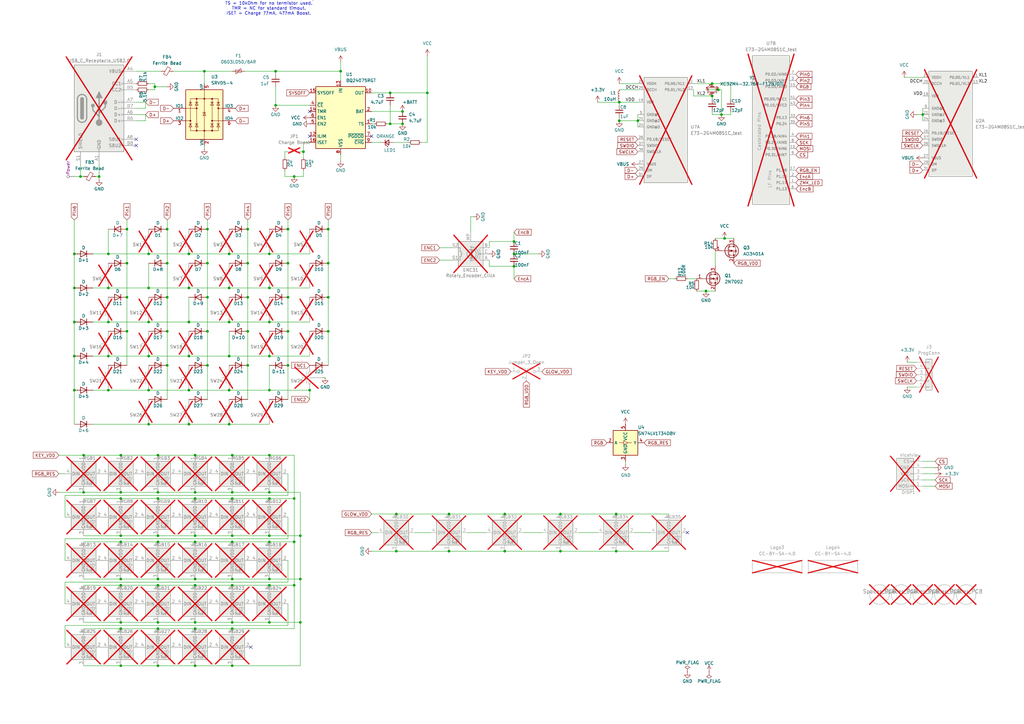
<source format=kicad_sch>
(kicad_sch (version 20231120) (generator "eeschema") (generator_version "8.0")
  (paper "A3")
  (title_block (title "Lotus 58 - BLE") (date "2024-10-23") (rev "v1.0.0") (company "Markus Knutsson <markus.knutsson@tweety.se>") (comment 1 "https://github.com/TweetyDaBird") (comment 2 "Licensed under Creative Commons BY-SA 4.0 International "))
  (junction (at 123.19 237.49))
  (junction (at 83.82 29.21))
  (junction (at 85.09 121.92))
  (junction (at 77.47 104.14))
  (junction (at 80.01 204.47))
  (junction (at 175.26 38.1))
  (junction (at 34.29 201.93))
  (junction (at 49.53 186.69))
  (junction (at 110.49 237.49))
  (junction (at 49.53 204.47))
  (junction (at 154.94 -17.78))
  (junction (at 44.45 160.02))
  (junction (at 93.98 160.02))
  (junction (at 165.1 45.72))
  (junction (at 252.73 210.82))
  (junction (at 49.53 257.81))
  (junction (at 64.77 219.71))
  (junction (at 49.53 222.25))
  (junction (at 95.25 201.93))
  (junction (at 85.09 93.98))
  (junction (at 123.19 219.71))
  (junction (at 254 41.91))
  (junction (at 33.02 72.39))
  (junction (at 95.25 273.05))
  (junction (at 110.49 146.05))
  (junction (at 165.1 50.8))
  (junction (at 160.02 50.8))
  (junction (at 49.53 219.71))
  (junction (at 210.82 109.22))
  (junction (at 118.11 93.98))
  (junction (at 95.25 219.71))
  (junction (at 95.25 255.27))
  (junction (at 101.6 121.92))
  (junction (at 101.6 135.89))
  (junction (at 162.56 210.82))
  (junction (at 30.48 118.11))
  (junction (at 120.65 222.25))
  (junction (at 80.01 222.25))
  (junction (at 44.45 118.11))
  (junction (at 64.77 237.49))
  (junction (at 95.25 204.47))
  (junction (at 110.49 201.93))
  (junction (at 292.1 39.37))
  (junction (at 49.53 237.49))
  (junction (at 77.47 146.05))
  (junction (at 60.96 118.11))
  (junction (at 101.6 149.86))
  (junction (at 378.46 46.99))
  (junction (at 110.49 204.47))
  (junction (at 60.96 132.08))
  (junction (at 77.47 173.99))
  (junction (at 210.82 104.14))
  (junction (at 93.98 173.99))
  (junction (at 77.47 132.08))
  (junction (at 134.62 93.98))
  (junction (at 120.65 204.47))
  (junction (at 207.01 210.82))
  (junction (at 64.77 201.93))
  (junction (at 93.98 146.05))
  (junction (at 80.01 257.81))
  (junction (at 110.49 222.25))
  (junction (at 68.58 107.95))
  (junction (at 68.58 93.98))
  (junction (at 252.73 226.06))
  (junction (at 295.91 46.99))
  (junction (at 179.07 -26.67))
  (junction (at 49.53 201.93))
  (junction (at 80.01 240.03))
  (junction (at 34.29 186.69))
  (junction (at 80.01 186.69))
  (junction (at 80.01 219.71))
  (junction (at 95.25 257.81))
  (junction (at 80.01 237.49))
  (junction (at 49.53 273.05))
  (junction (at 68.58 121.92))
  (junction (at 63.5 35.56))
  (junction (at 110.49 219.71))
  (junction (at 52.07 135.89))
  (junction (at 68.58 135.89))
  (junction (at 120.65 72.39))
  (junction (at 176.53 -7.62))
  (junction (at 120.65 240.03))
  (junction (at 52.07 121.92))
  (junction (at 110.49 118.11))
  (junction (at 124.46 62.23))
  (junction (at 294.64 36.83))
  (junction (at 64.77 273.05))
  (junction (at 77.47 160.02))
  (junction (at 93.98 132.08))
  (junction (at 254 49.53))
  (junction (at 101.6 107.95))
  (junction (at 261.62 49.53))
  (junction (at 60.96 104.14))
  (junction (at 181.61 -30.48))
  (junction (at 52.07 107.95))
  (junction (at 44.45 104.14))
  (junction (at 64.77 240.03))
  (junction (at 49.53 240.03))
  (junction (at 134.62 107.95))
  (junction (at 60.96 146.05))
  (junction (at 101.6 93.98))
  (junction (at 30.48 132.08))
  (junction (at 95.25 237.49))
  (junction (at 80.01 255.27))
  (junction (at 113.03 29.21))
  (junction (at 162.56 226.06))
  (junction (at 110.49 186.69))
  (junction (at 85.09 135.89))
  (junction (at 64.77 222.25))
  (junction (at 95.25 186.69))
  (junction (at 134.62 135.89))
  (junction (at 95.25 240.03))
  (junction (at 95.25 222.25))
  (junction (at 210.82 99.06))
  (junction (at 184.15 226.06))
  (junction (at 44.45 132.08))
  (junction (at 110.49 132.08))
  (junction (at 64.77 204.47))
  (junction (at 139.7 29.21))
  (junction (at 80.01 201.93))
  (junction (at 110.49 160.02))
  (junction (at 40.64 72.39))
  (junction (at 30.48 160.02))
  (junction (at 44.45 146.05))
  (junction (at 64.77 255.27))
  (junction (at 30.48 104.14))
  (junction (at 93.98 118.11))
  (junction (at 127 160.02))
  (junction (at 110.49 240.03))
  (junction (at 85.09 107.95))
  (junction (at 160.02 38.1))
  (junction (at 229.87 226.06))
  (junction (at 93.98 104.14))
  (junction (at 64.77 257.81))
  (junction (at 292.1 34.29))
  (junction (at 60.96 173.99))
  (junction (at 77.47 118.11))
  (junction (at 110.49 104.14))
  (junction (at 118.11 149.86))
  (junction (at 118.11 107.95))
  (junction (at 85.09 149.86))
  (junction (at 64.77 186.69))
  (junction (at 118.11 135.89))
  (junction (at 134.62 121.92))
  (junction (at 110.49 255.27))
  (junction (at 162.56 -7.62))
  (junction (at 68.58 149.86))
  (junction (at 113.03 43.18))
  (junction (at 184.15 210.82))
  (junction (at 49.53 255.27))
  (junction (at 229.87 210.82))
  (junction (at 289.56 119.38))
  (junction (at 52.07 93.98))
  (junction (at 207.01 226.06))
  (junction (at 118.11 121.92))
  (junction (at 30.48 146.05))
  (junction (at 60.96 160.02))
  (junction (at 123.19 255.27))
  (junction (at 297.18 97.79))
  (junction (at 80.01 273.05))
  (no_connect (at 127 55.88))
  (no_connect (at 152.4 55.88))
  (no_connect (at 55.88 57.15))
  (no_connect (at 55.88 59.69))
  (no_connect (at 127 45.72))
  (no_connect (at 102.87 265.43))
  (no_connect (at 281.94 218.44))
  (wire (pts (xy 118.11 238.76) (xy 26.67 238.76)))
  (wire (pts (xy 116.84 62.23) (xy 116.84 64.77)))
  (wire (pts (xy 68.58 93.98) (xy 68.58 107.95)))
  (wire (pts (xy 120.65 72.39) (xy 116.84 72.39)))
  (wire (pts (xy 95.25 222.25) (xy 110.49 222.25)))
  (wire (pts (xy 110.49 104.14) (xy 127 104.14)))
  (wire (pts (xy 55.88 44.45) (xy 59.69 44.45)))
  (wire (pts (xy 101.6 135.89) (xy 101.6 149.86)))
  (wire (pts (xy 77.47 160.02) (xy 93.98 160.02)))
  (wire (pts (xy 55.88 49.53) (xy 59.69 49.53)))
  (wire (pts (xy 83.82 29.21) (xy 95.25 29.21)))
  (wire (pts (xy 134.62 107.95) (xy 134.62 121.92)))
  (wire (pts (xy 30.48 118.11) (xy 30.48 132.08)))
  (wire (pts (xy 210.82 99.06) (xy 210.82 95.25)))
  (wire (pts (xy 293.37 102.87) (xy 293.37 109.22)))
  (wire (pts (xy 375.92 46.99) (xy 378.46 46.99)))
  (wire (pts (xy 63.5 36.83) (xy 60.96 36.83)))
  (wire (pts (xy 293.37 97.79) (xy 297.18 97.79)))
  (wire (pts (xy 49.53 219.71) (xy 64.77 219.71)))
  (wire (pts (xy 185.42 101.6) (xy 180.34 101.6)))
  (wire (pts (xy 80.01 204.47) (xy 95.25 204.47)))
  (wire (pts (xy 30.48 104.14) (xy 30.48 118.11)))
  (wire (pts (xy 123.19 237.49) (xy 110.49 237.49)))
  (wire (pts (xy 294.64 36.83) (xy 295.91 36.83)))
  (wire (pts (xy 378.46 191.77) (xy 383.54 191.77)))
  (wire (pts (xy 118.11 212.09) (xy 118.11 220.98)))
  (wire (pts (xy 33.02 72.39) (xy 34.29 72.39)))
  (wire (pts (xy 110.49 222.25) (xy 120.65 222.25)))
  (wire (pts (xy 52.07 107.95) (xy 52.07 121.92)))
  (wire (pts (xy 118.11 256.54) (xy 26.67 256.54)))
  (wire (pts (xy 49.53 255.27) (xy 64.77 255.27)))
  (wire (pts (xy 134.62 135.89) (xy 134.62 149.86)))
  (wire (pts (xy 295.91 46.99) (xy 299.72 46.99)))
  (wire (pts (xy 160.02 43.18) (xy 160.02 50.8)))
  (wire (pts (xy 162.56 -7.62) (xy 162.56 -12.7)))
  (wire (pts (xy 170.18 218.44) (xy 176.53 218.44)))
  (wire (pts (xy 176.53 -22.86) (xy 176.53 -7.62)))
  (wire (pts (xy 49.53 240.03) (xy 64.77 240.03)))
  (wire (pts (xy 378.46 46.99) (xy 378.46 49.53)))
  (wire (pts (xy 93.98 118.11) (xy 110.49 118.11)))
  (wire (pts (xy 118.11 121.92) (xy 118.11 135.89)))
  (wire (pts (xy 120.65 222.25) (xy 120.65 240.03)))
  (wire (pts (xy 68.58 121.92) (xy 68.58 135.89)))
  (wire (pts (xy 378.46 46.99) (xy 378.46 44.45)))
  (wire (pts (xy 95.25 240.03) (xy 110.49 240.03)))
  (wire (pts (xy 152.4 38.1) (xy 160.02 38.1)))
  (wire (pts (xy 80.01 219.71) (xy 95.25 219.71)))
  (wire (pts (xy 123.19 273.05) (xy 95.25 273.05)))
  (wire (pts (xy 44.45 93.98) (xy 44.45 104.14)))
  (wire (pts (xy 80.01 273.05) (xy 95.25 273.05)))
  (wire (pts (xy 49.53 257.81) (xy 64.77 257.81)))
  (wire (pts (xy 77.47 132.08) (xy 93.98 132.08)))
  (wire (pts (xy 64.77 186.69) (xy 80.01 186.69)))
  (wire (pts (xy 40.64 73.66) (xy 40.64 72.39)))
  (wire (pts (xy 110.49 204.47) (xy 120.65 204.47)))
  (wire (pts (xy 95.25 255.27) (xy 110.49 255.27)))
  (wire (pts (xy 101.6 107.95) (xy 101.6 121.92)))
  (wire (pts (xy 120.65 186.69) (xy 110.49 186.69)))
  (wire (pts (xy 245.11 41.91) (xy 254 41.91)))
  (wire (pts (xy 34.29 186.69) (xy 49.53 186.69)))
  (wire (pts (xy 152.4 226.06) (xy 162.56 226.06)))
  (wire (pts (xy 123.19 255.27) (xy 123.19 273.05)))
  (wire (pts (xy 49.53 201.93) (xy 64.77 201.93)))
  (wire (pts (xy 152.4 45.72) (xy 165.1 45.72)))
  (wire (pts (xy 110.49 146.05) (xy 127 146.05)))
  (wire (pts (xy 38.1 160.02) (xy 44.45 160.02)))
  (wire (pts (xy 175.26 22.86) (xy 175.26 38.1)))
  (wire (pts (xy 49.53 186.69) (xy 64.77 186.69)))
  (wire (pts (xy 60.96 104.14) (xy 77.47 104.14)))
  (wire (pts (xy 162.56 -6.35) (xy 162.56 -7.62)))
  (wire (pts (xy 139.7 66.04) (xy 139.7 63.5)))
  (wire (pts (xy 110.49 160.02) (xy 127 160.02)))
  (wire (pts (xy 214.63 218.44) (xy 222.25 218.44)))
  (wire (pts (xy 93.98 173.99) (xy 110.49 173.99)))
  (wire (pts (xy 154.94 -20.32) (xy 154.94 -17.78)))
  (wire (pts (xy 63.5 35.56) (xy 68.58 35.56)))
  (wire (pts (xy 378.46 189.23) (xy 383.54 189.23)))
  (wire (pts (xy 161.29 58.42) (xy 167.64 58.42)))
  (wire (pts (xy 64.77 204.47) (xy 80.01 204.47)))
  (wire (pts (xy 162.56 -26.67) (xy 162.56 -22.86)))
  (wire (pts (xy 24.13 201.93) (xy 34.29 201.93)))
  (wire (pts (xy 101.6 93.98) (xy 101.6 107.95)))
  (wire (pts (xy 63.5 35.56) (xy 63.5 36.83)))
  (wire (pts (xy 95.25 219.71) (xy 110.49 219.71)))
  (wire (pts (xy 254 49.53) (xy 261.62 49.53)))
  (wire (pts (xy 38.1 118.11) (xy 44.45 118.11)))
  (wire (pts (xy 127 160.02) (xy 127 163.83)))
  (wire (pts (xy 193.04 88.9) (xy 194.31 88.9)))
  (wire (pts (xy 60.96 146.05) (xy 44.45 146.05)))
  (wire (pts (xy 182.88 -30.48) (xy 181.61 -30.48)))
  (wire (pts (xy 118.11 149.86) (xy 118.11 163.83)))
  (wire (pts (xy 30.48 146.05) (xy 30.48 160.02)))
  (wire (pts (xy 80.01 222.25) (xy 95.25 222.25)))
  (wire (pts (xy 229.87 210.82) (xy 252.73 210.82)))
  (wire (pts (xy 124.46 62.23) (xy 124.46 58.42)))
  (wire (pts (xy 44.45 160.02) (xy 60.96 160.02)))
  (wire (pts (xy 179.07 -26.67) (xy 179.07 -11.43)))
  (wire (pts (xy 261.62 -12.7) (xy 267.97 -12.7)))
  (wire (pts (xy 52.07 135.89) (xy 52.07 149.86)))
  (wire (pts (xy 44.45 104.14) (xy 60.96 104.14)))
  (wire (pts (xy 289.56 36.83) (xy 294.64 36.83)))
  (wire (pts (xy 184.15 210.82) (xy 207.01 210.82)))
  (wire (pts (xy 95.25 201.93) (xy 110.49 201.93)))
  (wire (pts (xy 193.04 88.9) (xy 193.04 95.25)))
  (wire (pts (xy 34.29 201.93) (xy 49.53 201.93)))
  (wire (pts (xy 254 34.29) (xy 261.62 34.29)))
  (wire (pts (xy 110.49 132.08) (xy 127 132.08)))
  (wire (pts (xy 93.98 146.05) (xy 110.49 146.05)))
  (wire (pts (xy 64.77 237.49) (xy 80.01 237.49)))
  (wire (pts (xy 93.98 135.89) (xy 93.98 146.05)))
  (wire (pts (xy 210.82 114.3) (xy 210.82 109.22)))
  (wire (pts (xy 116.84 62.23) (xy 118.11 62.23)))
  (wire (pts (xy 182.88 -11.43) (xy 179.07 -11.43)))
  (wire (pts (xy 185.42 106.68) (xy 180.34 106.68)))
  (wire (pts (xy 200.66 99.06) (xy 210.82 99.06)))
  (wire (pts (xy 124.46 72.39) (xy 120.65 72.39)))
  (wire (pts (xy 118.11 90.17) (xy 118.11 93.98)))
  (wire (pts (xy 80.01 255.27) (xy 95.25 255.27)))
  (wire (pts (xy 182.88 -15.24) (xy 181.61 -15.24)))
  (wire (pts (xy 123.19 237.49) (xy 123.19 255.27)))
  (wire (pts (xy 40.64 67.31) (xy 40.64 72.39)))
  (wire (pts (xy 38.1 104.14) (xy 44.45 104.14)))
  (wire (pts (xy 85.09 90.17) (xy 85.09 93.98)))
  (wire (pts (xy 30.48 72.39) (xy 33.02 72.39)))
  (wire (pts (xy 26.67 256.54) (xy 26.67 265.43)))
  (wire (pts (xy 30.48 90.17) (xy 30.48 104.14)))
  (wire (pts (xy 158.75 50.8) (xy 160.02 50.8)))
  (wire (pts (xy 30.48 173.99) (xy 30.48 160.02)))
  (wire (pts (xy 292.1 40.64) (xy 292.1 39.37)))
  (wire (pts (xy 60.96 107.95) (xy 60.96 118.11)))
  (wire (pts (xy 120.65 222.25) (xy 120.65 204.47)))
  (wire (pts (xy 118.11 135.89) (xy 118.11 149.86)))
  (wire (pts (xy 44.45 132.08) (xy 60.96 132.08)))
  (wire (pts (xy 34.29 273.05) (xy 49.53 273.05)))
  (wire (pts (xy 68.58 107.95) (xy 68.58 121.92)))
  (wire (pts (xy 64.77 240.03) (xy 80.01 240.03)))
  (wire (pts (xy 77.47 146.05) (xy 93.98 146.05)))
  (wire (pts (xy 85.09 135.89) (xy 85.09 149.86)))
  (wire (pts (xy 254 36.83) (xy 261.62 36.83)))
  (wire (pts (xy 59.69 41.91) (xy 55.88 41.91)))
  (wire (pts (xy 85.09 121.92) (xy 85.09 135.89)))
  (wire (pts (xy 298.45 -11.43) (xy 303.53 -11.43)))
  (wire (pts (xy 160.02 50.8) (xy 165.1 50.8)))
  (wire (pts (xy 83.82 29.21) (xy 83.82 34.29)))
  (wire (pts (xy 139.7 29.21) (xy 139.7 33.02)))
  (wire (pts (xy 261.62 49.53) (xy 261.62 52.07)))
  (wire (pts (xy 85.09 107.95) (xy 85.09 121.92)))
  (wire (pts (xy 134.62 121.92) (xy 134.62 135.89)))
  (wire (pts (xy 299.72 46.99) (xy 299.72 45.72)))
  (wire (pts (xy 85.09 149.86) (xy 85.09 163.83)))
  (wire (pts (xy 101.6 149.86) (xy 101.6 163.83)))
  (wire (pts (xy 176.53 -22.86) (xy 182.88 -22.86)))
  (wire (pts (xy 162.56 210.82) (xy 184.15 210.82)))
  (wire (pts (xy 254 49.53) (xy 254 48.26)))
  (wire (pts (xy 276.86 114.3) (xy 274.32 114.3)))
  (wire (pts (xy 110.49 160.02) (xy 93.98 160.02)))
  (wire (pts (xy 68.58 90.17) (xy 68.58 93.98)))
  (wire (pts (xy 68.58 149.86) (xy 68.58 163.83)))
  (wire (pts (xy 252.73 210.82) (xy 274.32 210.82)))
  (wire (pts (xy 83.82 60.96) (xy 83.82 59.69)))
  (wire (pts (xy 285.75 119.38) (xy 289.56 119.38)))
  (wire (pts (xy 77.47 121.92) (xy 77.47 132.08)))
  (wire (pts (xy 123.19 219.71) (xy 123.19 201.93)))
  (wire (pts (xy 26.67 203.2) (xy 26.67 212.09)))
  (wire (pts (xy 85.09 93.98) (xy 85.09 107.95)))
  (wire (pts (xy 60.96 132.08) (xy 77.47 132.08)))
  (wire (pts (xy 34.29 255.27) (xy 49.53 255.27)))
  (wire (pts (xy 49.53 204.47) (xy 64.77 204.47)))
  (wire (pts (xy 181.61 -30.48) (xy 179.07 -30.48)))
  (wire (pts (xy 237.49 218.44) (xy 245.11 218.44)))
  (wire (pts (xy 229.87 226.06) (xy 252.73 226.06)))
  (wire (pts (xy 118.11 203.2) (xy 26.67 203.2)))
  (wire (pts (xy 118.11 93.98) (xy 118.11 107.95)))
  (wire (pts (xy 200.66 109.22) (xy 210.82 109.22)))
  (wire (pts (xy 372.11 148.59) (xy 375.92 148.59)))
  (wire (pts (xy 176.53 -7.62) (xy 182.88 -7.62)))
  (wire (pts (xy 152.4 218.44) (xy 154.94 218.44)))
  (wire (pts (xy 118.11 229.87) (xy 118.11 238.76)))
  (wire (pts (xy 38.1 173.99) (xy 60.96 173.99)))
  (wire (pts (xy 210.82 104.14) (xy 220.98 104.14)))
  (wire (pts (xy 100.33 29.21) (xy 113.03 29.21)))
  (wire (pts (xy 248.92 -31.75) (xy 251.46 -31.75)))
  (wire (pts (xy 200.66 99.06) (xy 200.66 101.6)))
  (wire (pts (xy 281.94 114.3) (xy 285.75 114.3)))
  (wire (pts (xy 152.4 50.8) (xy 153.67 50.8)))
  (wire (pts (xy 113.03 35.56) (xy 113.03 43.18)))
  (wire (pts (xy 184.15 226.06) (xy 207.01 226.06)))
  (wire (pts (xy 378.46 196.85) (xy 383.54 196.85)))
  (wire (pts (xy 49.53 237.49) (xy 64.77 237.49)))
  (wire (pts (xy 124.46 69.85) (xy 124.46 72.39)))
  (wire (pts (xy 308.61 -11.43) (xy 312.42 -11.43)))
  (wire (pts (xy 110.49 219.71) (xy 123.19 219.71)))
  (wire (pts (xy 93.98 132.08) (xy 110.49 132.08)))
  (wire (pts (xy 60.96 173.99) (xy 77.47 173.99)))
  (wire (pts (xy 64.77 257.81) (xy 80.01 257.81)))
  (wire (pts (xy 34.29 240.03) (xy 49.53 240.03)))
  (wire (pts (xy 64.77 255.27) (xy 80.01 255.27)))
  (wire (pts (xy 124.46 62.23) (xy 124.46 64.77)))
  (wire (pts (xy 118.11 247.65) (xy 118.11 256.54)))
  (wire (pts (xy 68.58 135.89) (xy 68.58 149.86)))
  (wire (pts (xy 80.01 186.69) (xy 95.25 186.69)))
  (wire (pts (xy 378.46 194.31) (xy 383.54 194.31)))
  (wire (pts (xy 34.29 204.47) (xy 49.53 204.47)))
  (wire (pts (xy 52.07 121.92) (xy 52.07 135.89)))
  (wire (pts (xy 49.53 273.05) (xy 64.77 273.05)))
  (wire (pts (xy 284.48 34.29) (xy 292.1 34.29)))
  (wire (pts (xy 175.26 58.42) (xy 175.26 38.1)))
  (wire (pts (xy 34.29 219.71) (xy 49.53 219.71)))
  (wire (pts (xy 63.5 34.29) (xy 63.5 35.56)))
  (wire (pts (xy 162.56 226.06) (xy 184.15 226.06)))
  (wire (pts (xy 181.61 -30.48) (xy 181.61 -15.24)))
  (wire (pts (xy 154.94 -7.62) (xy 154.94 -10.16)))
  (wire (pts (xy 124.46 58.42) (xy 127 58.42)))
  (wire (pts (xy 132.08 154.94) (xy 133.35 154.94)))
  (wire (pts (xy 110.49 118.11) (xy 127 118.11)))
  (wire (pts (xy 52.07 93.98) (xy 52.07 90.17)))
  (wire (pts (xy 254 41.91) (xy 261.62 41.91)))
  (wire (pts (xy 370.84 31.75) (xy 378.46 31.75)))
  (wire (pts (xy 139.7 25.4) (xy 139.7 29.21)))
  (wire (pts (xy 80.01 237.49) (xy 95.25 237.49)))
  (wire (pts (xy 372.11 158.75) (xy 375.92 158.75)))
  (wire (pts (xy 284.48 36.83) (xy 284.48 39.37)))
  (wire (pts (xy 95.25 204.47) (xy 110.49 204.47)))
  (wire (pts (xy 284.48 39.37) (xy 292.1 39.37)))
  (wire (pts (xy 26.67 238.76) (xy 26.67 247.65)))
  (wire (pts (xy 26.67 220.98) (xy 26.67 229.87)))
  (wire (pts (xy 297.18 97.79) (xy 300.99 97.79)))
  (wire (pts (xy 162.56 -7.62) (xy 176.53 -7.62)))
  (wire (pts (xy 134.62 90.17) (xy 134.62 93.98)))
  (wire (pts (xy 71.12 29.21) (xy 83.82 29.21)))
  (wire (pts (xy 113.03 29.21) (xy 139.7 29.21)))
  (wire (pts (xy 123.19 201.93) (xy 110.49 201.93)))
  (wire (pts (xy 191.77 218.44) (xy 199.39 218.44)))
  (wire (pts (xy 59.69 49.53) (xy 59.69 46.99)))
  (wire (pts (xy 59.69 44.45) (xy 59.69 41.91)))
  (wire (pts (xy 34.29 237.49) (xy 49.53 237.49)))
  (wire (pts (xy 116.84 72.39) (xy 116.84 69.85)))
  (wire (pts (xy 154.94 -15.24) (xy 154.94 -17.78)))
  (wire (pts (xy 30.48 132.08) (xy 30.48 146.05)))
  (wire (pts (xy 267.97 -31.75) (xy 261.62 -31.75)))
  (wire (pts (xy 152.4 58.42) (xy 156.21 58.42)))
  (wire (pts (xy 38.1 146.05) (xy 44.45 146.05)))
  (wire (pts (xy 60.96 118.11) (xy 77.47 118.11)))
  (wire (pts (xy 24.13 186.69) (xy 34.29 186.69)))
  (wire (pts (xy 95.25 186.69) (xy 110.49 186.69)))
  (wire (pts (xy 118.11 194.31) (xy 118.11 203.2)))
  (wire (pts (xy 123.19 219.71) (xy 123.19 237.49)))
  (wire (pts (xy 299.72 34.29) (xy 292.1 34.29)))
  (wire (pts (xy 80.01 240.03) (xy 95.25 240.03)))
  (wire (pts (xy 64.77 273.05) (xy 80.01 273.05)))
  (wire (pts (xy 77.47 118.11) (xy 93.98 118.11)))
  (wire (pts (xy 66.04 29.21) (xy 55.88 29.21)))
  (wire (pts (xy 260.35 218.44) (xy 266.7 218.44)))
  (wire (pts (xy 168.91 -30.48) (xy 173.99 -30.48)))
  (wire (pts (xy 93.98 104.14) (xy 110.49 104.14)))
  (wire (pts (xy 52.07 93.98) (xy 52.07 107.95)))
  (wire (pts (xy 120.65 240.03) (xy 110.49 240.03)))
  (wire (pts (xy 317.5 -11.43) (xy 321.31 -11.43)))
  (wire (pts (xy 33.02 67.31) (xy 33.02 72.39)))
  (wire (pts (xy 34.29 222.25) (xy 49.53 222.25)))
  (wire (pts (xy 154.94 -7.62) (xy 162.56 -7.62)))
  (wire (pts (xy 95.25 237.49) (xy 110.49 237.49)))
  (wire (pts (xy 24.13 194.31) (xy 26.67 194.31)))
  (wire (pts (xy 179.07 -26.67) (xy 162.56 -26.67)))
  (wire (pts (xy 182.88 -26.67) (xy 179.07 -26.67)))
  (wire (pts (xy 123.19 255.27) (xy 110.49 255.27)))
  (wire (pts (xy 123.19 62.23) (xy 124.46 62.23)))
  (wire (pts (xy 207.01 210.82) (xy 229.87 210.82)))
  (wire (pts (xy 101.6 121.92) (xy 101.6 135.89)))
  (wire (pts (xy 113.03 29.21) (xy 113.03 30.48)))
  (wire (pts (xy 60.96 118.11) (xy 44.45 118.11)))
  (wire (pts (xy 80.01 257.81) (xy 95.25 257.81)))
  (wire (pts (xy 154.94 -25.4) (xy 154.94 -29.21)))
  (wire (pts (xy 207.01 226.06) (xy 229.87 226.06)))
  (wire (pts (xy 55.88 46.99) (xy 59.69 46.99)))
  (wire (pts (xy 60.96 160.02) (xy 77.47 160.02)))
  (wire (pts (xy 49.53 222.25) (xy 64.77 222.25)))
  (wire (pts (xy 80.01 201.93) (xy 95.25 201.93)))
  (wire (pts (xy 254 43.18) (xy 254 41.91)))
  (wire (pts (xy 34.29 257.81) (xy 49.53 257.81)))
  (wire (pts (xy 172.72 58.42) (xy 175.26 58.42)))
  (wire (pts (xy 152.4 210.82) (xy 162.56 210.82)))
  (wire (pts (xy 110.49 149.86) (xy 110.49 160.02)))
  (wire (pts (xy 38.1 132.08) (xy 44.45 132.08)))
  (wire (pts (xy 39.37 72.39) (xy 40.64 72.39)))
  (wire (pts (xy 292.1 46.99) (xy 292.1 45.72)))
  (wire (pts (xy 113.03 43.18) (xy 127 43.18)))
  (wire (pts (xy 256.54 190.5) (xy 256.54 189.23)))
  (wire (pts (xy 248.92 -12.7) (xy 251.46 -12.7)))
  (wire (pts (xy 63.5 34.29) (xy 60.96 34.29)))
  (wire (pts (xy 299.72 40.64) (xy 299.72 34.29)))
  (wire (pts (xy 118.11 220.98) (xy 26.67 220.98)))
  (wire (pts (xy 289.56 119.38) (xy 293.37 119.38)))
  (wire (pts (xy 295.91 36.83) (xy 295.91 46.99)))
  (wire (pts (xy 378.46 199.39) (xy 383.54 199.39)))
  (wire (pts (xy 252.73 226.06) (xy 274.32 226.06)))
  (wire (pts (xy 200.66 109.22) (xy 200.66 106.68)))
  (wire (pts (xy 219.71 -15.24) (xy 218.44 -15.24)))
  (wire (pts (xy 64.77 219.71) (xy 80.01 219.71)))
  (wire (pts (xy 77.47 104.14) (xy 93.98 104.14)))
  (wire (pts (xy 292.1 46.99) (xy 295.91 46.99)))
  (wire (pts (xy 60.96 146.05) (xy 77.47 146.05)))
  (wire (pts (xy 120.65 257.81) (xy 95.25 257.81)))
  (wire (pts (xy 160.02 38.1) (xy 175.26 38.1)))
  (wire (pts (xy 261.62 49.53) (xy 261.62 46.99)))
  (wire (pts (xy 77.47 173.99) (xy 93.98 173.99)))
  (wire (pts (xy 134.62 93.98) (xy 134.62 107.95)))
  (wire (pts (xy 64.77 201.93) (xy 80.01 201.93)))
  (wire (pts (xy 118.11 107.95) (xy 118.11 121.92)))
  (wire (pts (xy 120.65 240.03) (xy 120.65 257.81)))
  (wire (pts (xy 120.65 204.47) (xy 120.65 186.69)))
  (wire (pts (xy 101.6 90.17) (xy 101.6 93.98)))
  (wire (pts (xy 64.77 222.25) (xy 80.01 222.25)))
  (text "EN1 & EN2 & ILIM = 500mA USB 2.0 compliant.\nTS = 10kOhm for no termistor used.\nTMR = NC for standard timout.\nISET = Charge ??mA, 4??mA Boost." (at 110.236 2.54 0) (effects (font (size 1.27 1.27))))
  (label "VDD" (at 256.54 41.91 0))
  (label "DCCH" (at 378.46 34.29 180))
  (label "XL1" (at 401.32 31.75 0))
  (label "XL2" (at 401.32 34.29 0))
  (label "DCCH" (at 256.54 36.83 0))
  (label "XL1" (at 285.75 34.29 0))
  (label "XL2" (at 285.75 39.37 0))
  (label "VDD" (at 378.46 39.37 180))
  (global_label "RGB_EN" (shape input) (at 326.39 69.85 0) (property "Intersheetrefs" "${INTERSHEET_REFS}" (effects (hide yes))))
  (global_label "Pin1" (shape input) (at 326.39 55.88 0) (property "Intersheetrefs" "${INTERSHEET_REFS}" (effects (hide yes))))
  (global_label "Pin3" (shape input) (at 443.23 38.1 0) (property "Intersheetrefs" "${INTERSHEET_REFS}" (effects (hide yes))))
  (global_label "RGB_RES" (shape input) (at 24.13 194.31 180) (property "Intersheetrefs" "${INTERSHEET_REFS}" (effects (hide yes))))
  (global_label "D+" (shape input) (at 96.52 44.45 0) (property "Intersheetrefs" "${INTERSHEET_REFS}" (effects (hide yes))))
  (global_label "MOSI" (shape input) (at 383.54 199.39 0) (property "Intersheetrefs" "${INTERSHEET_REFS}" (effects (hide yes))))
  (global_label "RESET" (shape input) (at 261.62 57.15 180) (property "Intersheetrefs" "${INTERSHEET_REFS}" (effects (hide yes))))
  (global_label "RESET" (shape input) (at 248.92 -31.75 180) (property "Intersheetrefs" "${INTERSHEET_REFS}" (effects (hide yes))))
  (global_label "D+" (shape input) (at 378.46 69.85 180) (property "Intersheetrefs" "${INTERSHEET_REFS}" (effects (hide yes))))
  (global_label "SWDIO" (shape input) (at 261.62 59.69 180) (property "Intersheetrefs" "${INTERSHEET_REFS}" (effects (hide yes))))
  (global_label "Pin5" (shape input) (at 118.11 90.17 90) (property "Intersheetrefs" "${INTERSHEET_REFS}" (effects (hide yes))))
  (global_label "MOSI" (shape input) (at 326.39 60.96 0) (property "Intersheetrefs" "${INTERSHEET_REFS}" (effects (hide yes))))
  (global_label "D+" (shape input) (at 261.62 72.39 180) (property "Intersheetrefs" "${INTERSHEET_REFS}" (effects (hide yes))))
  (global_label "Pin5" (shape input) (at 443.23 48.26 0) (property "Intersheetrefs" "${INTERSHEET_REFS}" (effects (hide yes))))
  (global_label "D-" (shape input) (at 378.46 67.31 180) (property "Intersheetrefs" "${INTERSHEET_REFS}" (effects (hide yes))))
  (global_label "KEY_VDD" (shape input) (at 209.55 152.4 180) (property "Intersheetrefs" "${INTERSHEET_REFS}" (effects (hide yes))))
  (global_label "ZMK_LED" (shape input) (at 443.23 72.39 0) (property "Intersheetrefs" "${INTERSHEET_REFS}" (effects (hide yes))))
  (global_label "Pin3" (shape input) (at 326.39 40.64 0) (property "Intersheetrefs" "${INTERSHEET_REFS}" (effects (hide yes))))
  (global_label "ZMK_LED" (shape input) (at 326.39 74.93 0) (property "Intersheetrefs" "${INTERSHEET_REFS}" (effects (hide yes))))
  (global_label "Pin2" (shape input) (at 443.23 30.48 0) (property "Intersheetrefs" "${INTERSHEET_REFS}" (effects (hide yes))))
  (global_label "SYSOFF" (shape input) (at 127 38.1 180) (property "Intersheetrefs" "${INTERSHEET_REFS}" (effects (hide yes))))
  (global_label "Pin5" (shape input) (at 326.39 50.8 0) (property "Intersheetrefs" "${INTERSHEET_REFS}" (effects (hide yes))))
  (global_label "EncA" (shape input) (at 210.82 114.3 0) (property "Intersheetrefs" "${INTERSHEET_REFS}" (effects (hide yes))))
  (global_label "ZMK_LED" (shape input) (at 321.31 -11.43 0) (property "Intersheetrefs" "${INTERSHEET_REFS}" (effects (hide yes))))
  (global_label "Pin2" (shape input) (at 68.58 90.17 90) (property "Intersheetrefs" "${INTERSHEET_REFS}" (effects (hide yes))))
  (global_label "RGB_EN" (shape input) (at 274.32 114.3 180) (property "Intersheetrefs" "${INTERSHEET_REFS}" (effects (hide yes))))
  (global_label "RGB_VDD" (shape input) (at 215.9 156.21 270) (property "Intersheetrefs" "${INTERSHEET_REFS}" (effects (hide yes))))
  (global_label "GLOW_VDD" (shape input) (at 222.25 152.4 0) (property "Intersheetrefs" "${INTERSHEET_REFS}" (effects (hide yes))))
  (global_label "SWCLK" (shape input) (at 261.62 62.23 180) (property "Intersheetrefs" "${INTERSHEET_REFS}" (effects (hide yes))))
  (global_label "D-" (shape input) (at 96.52 49.53 0) (property "Intersheetrefs" "${INTERSHEET_REFS}" (effects (hide yes))))
  (global_label "ENC1" (shape input) (at 127 149.86 180) (property "Intersheetrefs" "${INTERSHEET_REFS}" (effects (hide yes))))
  (global_label "SWCLK" (shape input) (at 378.46 59.69 180) (property "Intersheetrefs" "${INTERSHEET_REFS}" (effects (hide yes))))
  (global_label "RGB" (shape input) (at 326.39 35.56 0) (property "Intersheetrefs" "${INTERSHEET_REFS}" (effects (hide yes))))
  (global_label "Pin1" (shape input) (at 443.23 53.34 0) (property "Intersheetrefs" "${INTERSHEET_REFS}" (effects (hide yes))))
  (global_label "EncB" (shape input) (at 443.23 74.93 0) (property "Intersheetrefs" "${INTERSHEET_REFS}" (effects (hide yes))))
  (global_label "D-" (shape input) (at 59.69 41.91 0) (property "Intersheetrefs" "${INTERSHEET_REFS}" (effects (hide yes))))
  (global_label "D-" (shape input) (at 261.62 69.85 180) (property "Intersheetrefs" "${INTERSHEET_REFS}" (effects (hide yes))))
  (global_label "CS" (shape input) (at 326.39 63.5 0) (property "Intersheetrefs" "${INTERSHEET_REFS}" (effects (hide yes))))
  (global_label "D-" (shape input) (at 71.12 44.45 180) (property "Intersheetrefs" "${INTERSHEET_REFS}" (effects (hide yes))))
  (global_label "SCK" (shape input) (at 383.54 196.85 0) (property "Intersheetrefs" "${INTERSHEET_REFS}" (effects (hide yes))))
  (global_label "SCK" (shape input) (at 326.39 58.42 0) (property "Intersheetrefs" "${INTERSHEET_REFS}" (effects (hide yes))))
  (global_label "ENC2" (shape input) (at 180.34 106.68 180) (property "Intersheetrefs" "${INTERSHEET_REFS}" (effects (hide yes))))
  (global_label "Pin6" (shape input) (at 30.48 90.17 90) (property "Intersheetrefs" "${INTERSHEET_REFS}" (effects (hide yes))))
  (global_label "GLOW_VDD" (shape input) (at 152.4 210.82 180) (property "Intersheetrefs" "${INTERSHEET_REFS}" (effects (hide yes))))
  (global_label "Pin6" (shape input) (at 443.23 45.72 0) (property "Intersheetrefs" "${INTERSHEET_REFS}" (effects (hide yes))))
  (global_label "Pin4" (shape input) (at 443.23 40.64 0) (property "Intersheetrefs" "${INTERSHEET_REFS}" (effects (hide yes))))
  (global_label "Pin4" (shape input) (at 101.6 90.17 90) (property "Intersheetrefs" "${INTERSHEET_REFS}" (effects (hide yes))))
  (global_label "EncB" (shape input) (at 326.39 77.47 0) (property "Intersheetrefs" "${INTERSHEET_REFS}" (effects (hide yes))))
  (global_label "EncA" (shape input) (at 326.39 72.39 0) (property "Intersheetrefs" "${INTERSHEET_REFS}" (effects (hide yes))))
  (global_label "Pin0" (shape input) (at 326.39 30.48 0) (property "Intersheetrefs" "${INTERSHEET_REFS}" (effects (hide yes))))
  (global_label "RGB" (shape input) (at 443.23 33.02 0) (property "Intersheetrefs" "${INTERSHEET_REFS}" (effects (hide yes))))
  (global_label "KEY_VDD" (shape input) (at 24.13 186.69 180) (property "Intersheetrefs" "${INTERSHEET_REFS}" (effects (hide yes))))
  (global_label "MOSI" (shape input) (at 443.23 58.42 0) (property "Intersheetrefs" "${INTERSHEET_REFS}" (effects (hide yes))))
  (global_label "Pin0" (shape input) (at 443.23 27.94 0) (property "Intersheetrefs" "${INTERSHEET_REFS}" (effects (hide yes))))
  (global_label "RGB_VDD" (shape input) (at 300.99 107.95 0) (property "Intersheetrefs" "${INTERSHEET_REFS}" (effects (hide yes))))
  (global_label "RESET" (shape input) (at 375.92 151.13 180) (property "Intersheetrefs" "${INTERSHEET_REFS}" (effects (hide yes))))
  (global_label "SWDIO" (shape input) (at 378.46 57.15 180) (property "Intersheetrefs" "${INTERSHEET_REFS}" (effects (hide yes))))
  (global_label "CS" (shape input) (at 383.54 189.23 0) (property "Intersheetrefs" "${INTERSHEET_REFS}" (effects (hide yes))))
  (global_label "SWCLK" (shape input) (at 375.92 156.21 180) (property "Intersheetrefs" "${INTERSHEET_REFS}" (effects (hide yes))))
  (global_label "ENC1" (shape input) (at 180.34 101.6 180) (property "Intersheetrefs" "${INTERSHEET_REFS}" (effects (hide yes))))
  (global_label "Pin6" (shape input) (at 326.39 48.26 0) (property "Intersheetrefs" "${INTERSHEET_REFS}" (effects (hide yes))))
  (global_label "EncB" (shape input) (at 210.82 95.25 0) (property "Intersheetrefs" "${INTERSHEET_REFS}" (effects (hide yes))))
  (global_label "RGB_EN" (shape input) (at 443.23 67.31 0) (property "Intersheetrefs" "${INTERSHEET_REFS}" (effects (hide yes))))
  (global_label "D+" (shape input) (at 71.12 49.53 180) (property "Intersheetrefs" "${INTERSHEET_REFS}" (effects (hide yes))))
  (global_label "EncA" (shape input) (at 443.23 69.85 0) (property "Intersheetrefs" "${INTERSHEET_REFS}" (effects (hide yes))))
  (global_label "Pin0" (shape input) (at 134.62 90.17 90) (property "Intersheetrefs" "${INTERSHEET_REFS}" (effects (hide yes))))
  (global_label "RESET" (shape input) (at 248.92 -12.7 180) (property "Intersheetrefs" "${INTERSHEET_REFS}" (effects (hide yes))))
  (global_label "ENC2" (shape input) (at 127 163.83 180) (property "Intersheetrefs" "${INTERSHEET_REFS}" (effects (hide yes))))
  (global_label "CS" (shape input) (at 443.23 60.96 0) (property "Intersheetrefs" "${INTERSHEET_REFS}" (effects (hide yes))))
  (global_label "SCK" (shape input) (at 443.23 55.88 0) (property "Intersheetrefs" "${INTERSHEET_REFS}" (effects (hide yes))))
  (global_label "Pin2" (shape input) (at 326.39 33.02 0) (property "Intersheetrefs" "${INTERSHEET_REFS}" (effects (hide yes))))
  (global_label "Pin1" (shape input) (at 52.07 90.17 90) (property "Intersheetrefs" "${INTERSHEET_REFS}" (effects (hide yes))))
  (global_label "SYSOFF" (shape input) (at 162.56 -26.67 90) (property "Intersheetrefs" "${INTERSHEET_REFS}" (effects (hide yes))))
  (global_label "D+" (shape input) (at 59.69 46.99 0) (property "Intersheetrefs" "${INTERSHEET_REFS}" (effects (hide yes))))
  (global_label "RGB_RES" (shape input) (at 152.4 218.44 180) (property "Intersheetrefs" "${INTERSHEET_REFS}" (effects (hide yes))))
  (global_label "RGB_RES" (shape input) (at 264.16 181.61 0) (property "Intersheetrefs" "${INTERSHEET_REFS}" (effects (hide yes))))
  (global_label "Pin4" (shape input) (at 326.39 43.18 0) (property "Intersheetrefs" "${INTERSHEET_REFS}" (effects (hide yes))))
  (global_label "Pin3" (shape input) (at 85.09 90.17 90) (property "Intersheetrefs" "${INTERSHEET_REFS}" (effects (hide yes))))
  (global_label "SWDIO" (shape input) (at 375.92 153.67 180) (property "Intersheetrefs" "${INTERSHEET_REFS}" (effects (hide yes))))
  (global_label "RESET" (shape input) (at 378.46 54.61 180) (property "Intersheetrefs" "${INTERSHEET_REFS}" (effects (hide yes))))
  (global_label "RGB" (shape input) (at 248.92 181.61 180) (property "Intersheetrefs" "${INTERSHEET_REFS}" (effects (hide yes))))
  (netclass_flag "" (length 2.54) (shape round) (at 30.48 72.39 90) (property "Netclass" "Power" (at 27.94 71.7804 90) (effects (font (italic yes)) (justify left))))
  (symbol (lib_id "Keyboard Switches:SW_Push_GND") (at 127 154.94 90) (mirror x) (unit 1) (dnp yes)
    (property "Reference" "SW25" (at 124.46 156.21 90) (effects (justify left)))
    (property "Value" "SW_Push" (effects (hide yes)))
    (property "Footprint" "Keyboard Switches:SW_MX_HotSwap_Reversible_FOR encoder" (effects (hide yes)))
    (property "Description" "Push button switch, generic, two pins" (effects (hide yes)))
  )
  (symbol (lib_id "Switch:SW_Push") (at 60.96 168.91 90) (mirror x) (unit 1) (dnp yes)
    (property "Reference" "SW26" (at 58.42 170.18 90) (effects (justify left)))
    (property "Value" "SW_Push" (effects (hide yes)))
    (property "Footprint" "Keyboard Switches:SW_MX_HotSwap_Reversible" (effects (hide yes)))
    (property "Description" "Push button switch, generic, two pins" (effects (hide yes)))
  )
  (symbol (lib_id "Switch:SW_Push") (at 44.45 154.94 90) (mirror x) (unit 1) (dnp yes)
    (property "Reference" "SW21" (at 41.91 156.21 90) (effects (justify left)))
    (property "Value" "SW_Push" (effects (hide yes)))
    (property "Footprint" "Keyboard Switches:SW_MX_HotSwap_Reversible" (effects (hide yes)))
    (property "Description" "Push button switch, generic, two pins" (effects (hide yes)))
  )
  (symbol (lib_id "Device:D") (at 48.26 149.86 180) (unit 1)
    (property "Reference" "D21" (at 48.26 152.4 0))
    (property "Value" "D" (at 48.26 147.32 0))
    (property "Footprint" "Diode_SMD:D_SOD-323" (effects (hide yes)))
    (property "Description" "Diode" (effects (hide yes)))
    (property "Sim.Device" "D" (effects (hide yes)))
    (property "Sim.Pins" "1=K 2=A" (effects (hide yes)))
    (property "LCSC" "C2128" (effects (hide yes)))
  )
  (symbol (lib_id "Switch:SW_Push") (at 127 99.06 90) (mirror x) (unit 1) (dnp yes)
    (property "Reference" "SW5" (at 124.46 100.33 90) (effects (justify left)))
    (property "Value" "SW_Push" (effects (hide yes)))
    (property "Footprint" "Keyboard Switches:SW_MX_HotSwap_Reversible" (effects (hide yes)))
    (property "Description" "Push button switch, generic, two pins" (effects (hide yes)))
  )
  (symbol (lib_id "Device:D") (at 48.26 93.98 0) (mirror x) (unit 1)
    (property "Reference" "D+7" (at 48.26 96.52 0))
    (property "Value" "D" (at 48.26 91.44 0))
    (property "Footprint" "Diode_SMD:D_SOD-323" (effects (hide yes)))
    (property "Description" "Diode" (effects (hide yes)))
    (property "Sim.Device" "D" (effects (hide yes)))
    (property "Sim.Pins" "1=K 2=A" (effects (hide yes)))
    (property "LCSC" "C2128" (effects (hide yes)))
  )
  (symbol (lib_id "Switch:SW_Push") (at 110.49 99.06 90) (mirror x) (unit 1) (dnp yes)
    (property "Reference" "SW4" (at 107.95 100.33 90) (effects (justify left)))
    (property "Value" "SW_Push" (effects (hide yes)))
    (property "Footprint" "Keyboard Switches:SW_MX_HotSwap_Reversible" (effects (hide yes)))
    (property "Description" "Push button switch, generic, two pins" (effects (hide yes)))
  )
  (symbol (lib_id "Device:D") (at 130.81 93.98 180) (unit 1)
    (property "Reference" "D5" (at 130.81 96.52 0))
    (property "Value" "D" (at 130.81 91.44 0))
    (property "Footprint" "Diode_SMD:D_SOD-323" (effects (hide yes)))
    (property "Description" "Diode" (effects (hide yes)))
    (property "Sim.Device" "D" (effects (hide yes)))
    (property "Sim.Pins" "1=K 2=A" (effects (hide yes)))
    (property "LCSC" "C2128" (effects (hide yes)))
  )
  (symbol (lib_id "Switch:SW_Push") (at 93.98 99.06 90) (mirror x) (unit 1) (dnp yes)
    (property "Reference" "SW3" (at 91.44 100.33 90) (effects (justify left)))
    (property "Value" "SW_Push" (effects (hide yes)))
    (property "Footprint" "Keyboard Switches:SW_MX_HotSwap_Reversible" (effects (hide yes)))
    (property "Description" "Push button switch, generic, two pins" (effects (hide yes)))
  )
  (symbol (lib_id "Device:D") (at 114.3 93.98 180) (unit 1)
    (property "Reference" "D4" (at 114.3 96.52 0))
    (property "Value" "D" (at 114.3 91.44 0))
    (property "Footprint" "Diode_SMD:D_SOD-323" (effects (hide yes)))
    (property "Description" "Diode" (effects (hide yes)))
    (property "Sim.Device" "D" (effects (hide yes)))
    (property "Sim.Pins" "1=K 2=A" (effects (hide yes)))
    (property "LCSC" "C2128" (effects (hide yes)))
  )
  (symbol (lib_id "Switch:SW_Push") (at 77.47 99.06 90) (mirror x) (unit 1) (dnp yes)
    (property "Reference" "SW2" (at 74.93 100.33 90) (effects (justify left)))
    (property "Value" "SW_Push" (effects (hide yes)))
    (property "Footprint" "Keyboard Switches:SW_MX_HotSwap_Reversible" (effects (hide yes)))
    (property "Description" "Push button switch, generic, two pins" (effects (hide yes)))
  )
  (symbol (lib_id "Device:D") (at 97.79 93.98 180) (unit 1)
    (property "Reference" "D3" (at 97.79 96.52 0))
    (property "Value" "D" (at 97.79 91.44 0))
    (property "Footprint" "Diode_SMD:D_SOD-323" (effects (hide yes)))
    (property "Description" "Diode" (effects (hide yes)))
    (property "Sim.Device" "D" (effects (hide yes)))
    (property "Sim.Pins" "1=K 2=A" (effects (hide yes)))
    (property "LCSC" "C2128" (effects (hide yes)))
  )
  (symbol (lib_id "Device:D") (at 64.77 93.98 180) (unit 1)
    (property "Reference" "D1" (at 64.77 96.52 0))
    (property "Value" "D" (at 64.77 91.44 0))
    (property "Footprint" "Diode_SMD:D_SOD-323" (effects (hide yes)))
    (property "Description" "Diode" (effects (hide yes)))
    (property "Sim.Device" "D" (effects (hide yes)))
    (property "Sim.Pins" "1=K 2=A" (effects (hide yes)))
    (property "LCSC" "C2128" (effects (hide yes)))
  )
  (symbol (lib_id "Switch:SW_Push") (at 127 113.03 90) (mirror x) (unit 1) (dnp yes)
    (property "Reference" "SW10" (at 124.46 114.3 90) (effects (justify left)))
    (property "Value" "SW_Push" (effects (hide yes)))
    (property "Footprint" "Keyboard Switches:SW_MX_HotSwap_Reversible" (effects (hide yes)))
    (property "Description" "Push button switch, generic, two pins" (effects (hide yes)))
  )
  (symbol (lib_id "Switch:SW_Push") (at 110.49 113.03 90) (mirror x) (unit 1) (dnp yes)
    (property "Reference" "SW9" (at 107.95 114.3 90) (effects (justify left)))
    (property "Value" "SW_Push" (effects (hide yes)))
    (property "Footprint" "Keyboard Switches:SW_MX_HotSwap_Reversible" (effects (hide yes)))
    (property "Description" "Push button switch, generic, two pins" (effects (hide yes)))
  )
  (symbol (lib_id "Switch:SW_Push") (at 93.98 113.03 90) (mirror x) (unit 1) (dnp yes)
    (property "Reference" "SW8" (at 91.44 114.3 90) (effects (justify left)))
    (property "Value" "SW_Push" (effects (hide yes)))
    (property "Footprint" "Keyboard Switches:SW_MX_HotSwap_Reversible" (effects (hide yes)))
    (property "Description" "Push button switch, generic, two pins" (effects (hide yes)))
  )
  (symbol (lib_id "Switch:SW_Push") (at 77.47 113.03 90) (mirror x) (unit 1) (dnp yes)
    (property "Reference" "SW7" (at 74.93 114.3 90) (effects (justify left)))
    (property "Value" "SW_Push" (effects (hide yes)))
    (property "Footprint" "Keyboard Switches:SW_MX_HotSwap_Reversible" (effects (hide yes)))
    (property "Description" "Push button switch, generic, two pins" (effects (hide yes)))
  )
  (symbol (lib_id "Switch:SW_Push") (at 44.45 113.03 90) (mirror x) (unit 1) (dnp yes)
    (property "Reference" "SW6" (at 41.91 114.3 90) (effects (justify left)))
    (property "Value" "SW_Push" (effects (hide yes)))
    (property "Footprint" "Keyboard Switches:SW_MX_HotSwap_Reversible" (effects (hide yes)))
    (property "Description" "Push button switch, generic, two pins" (effects (hide yes)))
  )
  (symbol (lib_id "Switch:SW_Push") (at 77.47 154.94 90) (mirror x) (unit 1) (dnp yes)
    (property "Reference" "SW23" (at 74.93 156.21 90) (effects (justify left)))
    (property "Value" "SW_Push" (effects (hide yes)))
    (property "Footprint" "Keyboard Switches:SW_MX_HotSwap_Reversible" (effects (hide yes)))
    (property "Description" "Push button switch, generic, two pins" (effects (hide yes)))
  )
  (symbol (lib_id "Device:D") (at 81.28 149.86 180) (unit 1)
    (property "Reference" "D23" (at 81.28 152.4 0))
    (property "Value" "D" (at 81.28 147.32 0))
    (property "Footprint" "Diode_SMD:D_SOD-323" (effects (hide yes)))
    (property "Description" "Diode" (effects (hide yes)))
    (property "Sim.Device" "D" (effects (hide yes)))
    (property "Sim.Pins" "1=K 2=A" (effects (hide yes)))
    (property "LCSC" "C2128" (effects (hide yes)))
  )
  (symbol (lib_id "Device:D") (at 130.81 107.95 180) (unit 1)
    (property "Reference" "D10" (at 130.81 110.49 0))
    (property "Value" "D" (at 130.81 105.41 0))
    (property "Footprint" "Diode_SMD:D_SOD-323" (effects (hide yes)))
    (property "Description" "Diode" (effects (hide yes)))
    (property "Sim.Device" "D" (effects (hide yes)))
    (property "Sim.Pins" "1=K 2=A" (effects (hide yes)))
    (property "LCSC" "C2128" (effects (hide yes)))
  )
  (symbol (lib_id "Device:D") (at 114.3 107.95 180) (unit 1)
    (property "Reference" "D9" (at 114.3 110.49 0))
    (property "Value" "D" (at 114.3 105.41 0))
    (property "Footprint" "Diode_SMD:D_SOD-323" (effects (hide yes)))
    (property "Description" "Diode" (effects (hide yes)))
    (property "Sim.Device" "D" (effects (hide yes)))
    (property "Sim.Pins" "1=K 2=A" (effects (hide yes)))
    (property "LCSC" "C2128" (effects (hide yes)))
  )
  (symbol (lib_id "Device:D") (at 97.79 107.95 180) (unit 1)
    (property "Reference" "D8" (at 97.79 110.49 0))
    (property "Value" "D" (at 97.79 105.41 0))
    (property "Footprint" "Diode_SMD:D_SOD-323" (effects (hide yes)))
    (property "Description" "Diode" (effects (hide yes)))
    (property "Sim.Device" "D" (effects (hide yes)))
    (property "Sim.Pins" "1=K 2=A" (effects (hide yes)))
    (property "LCSC" "C2128" (effects (hide yes)))
  )
  (symbol (lib_id "Device:D") (at 81.28 107.95 180) (unit 1)
    (property "Reference" "D7" (at 81.28 110.49 0))
    (property "Value" "D" (at 81.28 105.41 0))
    (property "Footprint" "Diode_SMD:D_SOD-323" (effects (hide yes)))
    (property "Description" "Diode" (effects (hide yes)))
    (property "Sim.Device" "D" (effects (hide yes)))
    (property "Sim.Pins" "1=K 2=A" (effects (hide yes)))
    (property "LCSC" "C2128" (effects (hide yes)))
  )
  (symbol (lib_id "Device:D") (at 48.26 107.95 180) (unit 1)
    (property "Reference" "D6" (at 48.26 110.49 0))
    (property "Value" "D" (at 48.26 105.41 0))
    (property "Footprint" "Diode_SMD:D_SOD-323" (effects (hide yes)))
    (property "Description" "Diode" (effects (hide yes)))
    (property "Sim.Device" "D" (effects (hide yes)))
    (property "Sim.Pins" "1=K 2=A" (effects (hide yes)))
    (property "LCSC" "C2128" (effects (hide yes)))
  )
  (symbol (lib_id "Switch:SW_Push") (at 93.98 168.91 90) (mirror x) (unit 1) (dnp yes)
    (property "Reference" "SW28" (at 91.44 170.18 90) (effects (justify left)))
    (property "Value" "SW_Push" (effects (hide yes)))
    (property "Footprint" "Keyboard Switches:SW_MX_HotSwap_Reversible" (effects (hide yes)))
    (property "Description" "Push button switch, generic, two pins" (effects (hide yes)))
  )
  (symbol (lib_id "Switch:SW_Push") (at 127 127 90) (mirror x) (unit 1) (dnp yes)
    (property "Reference" "SW15" (at 124.46 128.27 90) (effects (justify left)))
    (property "Value" "SW_Push" (effects (hide yes)))
    (property "Footprint" "Keyboard Switches:SW_MX_HotSwap_Reversible" (effects (hide yes)))
    (property "Description" "Push button switch, generic, two pins" (effects (hide yes)))
  )
  (symbol (lib_id "Switch:SW_Push") (at 110.49 127 90) (mirror x) (unit 1) (dnp yes)
    (property "Reference" "SW14" (at 107.95 128.27 90) (effects (justify left)))
    (property "Value" "SW_Push" (effects (hide yes)))
    (property "Footprint" "Keyboard Switches:SW_MX_HotSwap_Reversible" (effects (hide yes)))
    (property "Description" "Push button switch, generic, two pins" (effects (hide yes)))
  )
  (symbol (lib_id "Switch:SW_Push") (at 93.98 127 90) (mirror x) (unit 1) (dnp yes)
    (property "Reference" "SW13" (at 91.44 128.27 90) (effects (justify left)))
    (property "Value" "SW_Push" (effects (hide yes)))
    (property "Footprint" "Keyboard Switches:SW_MX_HotSwap_Reversible" (effects (hide yes)))
    (property "Description" "Push button switch, generic, two pins" (effects (hide yes)))
  )
  (symbol (lib_id "Switch:SW_Push") (at 60.96 127 90) (mirror x) (unit 1) (dnp yes)
    (property "Reference" "SW12" (at 58.42 128.27 90) (effects (justify left)))
    (property "Value" "SW_Push" (effects (hide yes)))
    (property "Footprint" "Keyboard Switches:SW_MX_HotSwap_Reversible" (effects (hide yes)))
    (property "Description" "Push button switch, generic, two pins" (effects (hide yes)))
  )
  (symbol (lib_id "Switch:SW_Push") (at 44.45 127 90) (mirror x) (unit 1) (dnp yes)
    (property "Reference" "SW11" (at 41.91 128.27 90) (effects (justify left)))
    (property "Value" "SW_Push" (effects (hide yes)))
    (property "Footprint" "Keyboard Switches:SW_MX_HotSwap_Reversible" (effects (hide yes)))
    (property "Description" "Push button switch, generic, two pins" (effects (hide yes)))
  )
  (symbol (lib_id "Device:D") (at 114.3 149.86 0) (mirror x) (unit 1)
    (property "Reference" "D+11" (at 114.3 152.4 0))
    (property "Value" "D" (at 114.3 147.32 0))
    (property "Footprint" "Diode_SMD:D_SOD-323" (effects (hide yes)))
    (property "Description" "Diode" (effects (hide yes)))
    (property "Sim.Device" "D" (effects (hide yes)))
    (property "Sim.Pins" "1=K 2=A" (effects (hide yes)))
    (property "LCSC" "C2128" (effects (hide yes)))
  )
  (symbol (lib_id "Device:D") (at 114.3 121.92 180) (unit 1)
    (property "Reference" "D14" (at 114.3 124.46 0))
    (property "Value" "D" (at 114.3 119.38 0))
    (property "Footprint" "Diode_SMD:D_SOD-323" (effects (hide yes)))
    (property "Description" "Diode" (effects (hide yes)))
    (property "Sim.Device" "D" (effects (hide yes)))
    (property "Sim.Pins" "1=K 2=A" (effects (hide yes)))
    (property "LCSC" "C2128" (effects (hide yes)))
  )
  (symbol (lib_id "Device:D") (at 97.79 121.92 180) (unit 1)
    (property "Reference" "D13" (at 97.79 124.46 0))
    (property "Value" "D" (at 97.79 119.38 0))
    (property "Footprint" "Diode_SMD:D_SOD-323" (effects (hide yes)))
    (property "Description" "Diode" (effects (hide yes)))
    (property "Sim.Device" "D" (effects (hide yes)))
    (property "Sim.Pins" "1=K 2=A" (effects (hide yes)))
    (property "LCSC" "C2128" (effects (hide yes)))
  )
  (symbol (lib_id "Device:D") (at 64.77 121.92 180) (unit 1)
    (property "Reference" "D12" (at 64.77 124.46 0))
    (property "Value" "D" (at 64.77 119.38 0))
    (property "Footprint" "Diode_SMD:D_SOD-323" (effects (hide yes)))
    (property "Description" "Diode" (effects (hide yes)))
    (property "Sim.Device" "D" (effects (hide yes)))
    (property "Sim.Pins" "1=K 2=A" (effects (hide yes)))
    (property "LCSC" "C2128" (effects (hide yes)))
  )
  (symbol (lib_id "Device:D") (at 48.26 121.92 180) (unit 1)
    (property "Reference" "D11" (at 48.26 124.46 0))
    (property "Value" "D" (at 48.26 119.38 0))
    (property "Footprint" "Diode_SMD:D_SOD-323" (effects (hide yes)))
    (property "Description" "Diode" (effects (hide yes)))
    (property "Sim.Device" "D" (effects (hide yes)))
    (property "Sim.Pins" "1=K 2=A" (effects (hide yes)))
    (property "LCSC" "C2128" (effects (hide yes)))
  )
  (symbol (lib_id "Switch:SW_Push") (at 110.49 140.97 90) (mirror x) (unit 1) (dnp yes)
    (property "Reference" "SW19" (at 107.95 142.24 90) (effects (justify left)))
    (property "Value" "SW_Push" (effects (hide yes)))
    (property "Footprint" "Keyboard Switches:SW_MX_HotSwap_Reversible" (effects (hide yes)))
    (property "Description" "Push button switch, generic, two pins" (effects (hide yes)))
  )
  (symbol (lib_id "Switch:SW_Push") (at 77.47 140.97 90) (mirror x) (unit 1) (dnp yes)
    (property "Reference" "SW18" (at 74.93 142.24 90) (effects (justify left)))
    (property "Value" "SW_Push" (effects (hide yes)))
    (property "Footprint" "Keyboard Switches:SW_MX_HotSwap_Reversible" (effects (hide yes)))
    (property "Description" "Push button switch, generic, two pins" (effects (hide yes)))
  )
  (symbol (lib_id "Switch:SW_Push") (at 60.96 140.97 90) (mirror x) (unit 1) (dnp yes)
    (property "Reference" "SW17" (at 58.42 142.24 90) (effects (justify left)))
    (property "Value" "SW_Push" (effects (hide yes)))
    (property "Footprint" "Keyboard Switches:SW_MX_HotSwap_Reversible" (effects (hide yes)))
    (property "Description" "Push button switch, generic, two pins" (effects (hide yes)))
  )
  (symbol (lib_id "Switch:SW_Push") (at 44.45 140.97 90) (mirror x) (unit 1) (dnp yes)
    (property "Reference" "SW16" (at 41.91 142.24 90) (effects (justify left)))
    (property "Value" "SW_Push" (effects (hide yes)))
    (property "Footprint" "Keyboard Switches:SW_MX_HotSwap_Reversible" (effects (hide yes)))
    (property "Description" "Push button switch, generic, two pins" (effects (hide yes)))
  )
  (symbol (lib_id "Switch:SW_Push") (at 127 140.97 90) (mirror x) (unit 1) (dnp yes)
    (property "Reference" "SW20" (at 124.46 142.24 90) (effects (justify left)))
    (property "Value" "SW_Push" (effects (hide yes)))
    (property "Footprint" "Keyboard Switches:SW_MX_HotSwap_Reversible" (effects (hide yes)))
    (property "Description" "Push button switch, generic, two pins" (effects (hide yes)))
  )
  (symbol (lib_id "Switch:SW_Push") (at 110.49 168.91 90) (mirror x) (unit 1) (dnp yes)
    (property "Reference" "SW29" (at 107.95 170.18 90) (effects (justify left)))
    (property "Value" "SW_Push" (effects (hide yes)))
    (property "Footprint" "Keyboard Switches:SW_MX_HotSwap_Reversible" (effects (hide yes)))
    (property "Description" "Push button switch, generic, two pins" (effects (hide yes)))
  )
  (symbol (lib_id "Device:D") (at 81.28 163.83 180) (unit 1)
    (property "Reference" "D27" (at 81.28 166.37 0))
    (property "Value" "D" (at 81.28 161.29 0))
    (property "Footprint" "Diode_SMD:D_SOD-323" (effects (hide yes)))
    (property "Description" "Diode" (effects (hide yes)))
    (property "Sim.Device" "D" (effects (hide yes)))
    (property "Sim.Pins" "1=K 2=A" (effects (hide yes)))
    (property "LCSC" "C2128" (effects (hide yes)))
  )
  (symbol (lib_id "Device:D") (at 130.81 135.89 180) (unit 1)
    (property "Reference" "D20" (at 130.81 138.43 0))
    (property "Value" "D" (at 130.81 133.35 0))
    (property "Footprint" "Diode_SMD:D_SOD-323" (effects (hide yes)))
    (property "Description" "Diode" (effects (hide yes)))
    (property "Sim.Device" "D" (effects (hide yes)))
    (property "Sim.Pins" "1=K 2=A" (effects (hide yes)))
    (property "LCSC" "C2128" (effects (hide yes)))
  )
  (symbol (lib_id "Device:D") (at 114.3 135.89 180) (unit 1)
    (property "Reference" "D19" (at 114.3 138.43 0))
    (property "Value" "D" (at 114.3 133.35 0))
    (property "Footprint" "Diode_SMD:D_SOD-323" (effects (hide yes)))
    (property "Description" "Diode" (effects (hide yes)))
    (property "Sim.Device" "D" (effects (hide yes)))
    (property "Sim.Pins" "1=K 2=A" (effects (hide yes)))
    (property "LCSC" "C2128" (effects (hide yes)))
  )
  (symbol (lib_id "Device:D") (at 81.28 135.89 180) (unit 1)
    (property "Reference" "D18" (at 81.28 138.43 0))
    (property "Value" "D" (at 81.28 133.35 0))
    (property "Footprint" "Diode_SMD:D_SOD-323" (effects (hide yes)))
    (property "Description" "Diode" (effects (hide yes)))
    (property "Sim.Device" "D" (effects (hide yes)))
    (property "Sim.Pins" "1=K 2=A" (effects (hide yes)))
    (property "LCSC" "C2128" (effects (hide yes)))
  )
  (symbol (lib_id "Device:D") (at 64.77 135.89 180) (unit 1)
    (property "Reference" "D17" (at 64.77 138.43 0))
    (property "Value" "D" (at 64.77 133.35 0))
    (property "Footprint" "Diode_SMD:D_SOD-323" (effects (hide yes)))
    (property "Description" "Diode" (effects (hide yes)))
    (property "Sim.Device" "D" (effects (hide yes)))
    (property "Sim.Pins" "1=K 2=A" (effects (hide yes)))
    (property "LCSC" "C2128" (effects (hide yes)))
  )
  (symbol (lib_id "Device:D") (at 48.26 135.89 180) (unit 1)
    (property "Reference" "D16" (at 48.26 138.43 0))
    (property "Value" "D" (at 48.26 133.35 0))
    (property "Footprint" "Diode_SMD:D_SOD-323" (effects (hide yes)))
    (property "Description" "Diode" (effects (hide yes)))
    (property "Sim.Device" "D" (effects (hide yes)))
    (property "Sim.Pins" "1=K 2=A" (effects (hide yes)))
    (property "LCSC" "C2128" (effects (hide yes)))
  )
  (symbol (lib_id "Switch:SW_Push") (at 77.47 168.91 90) (mirror x) (unit 1) (dnp yes)
    (property "Reference" "SW27" (at 74.93 170.18 90) (effects (justify left)))
    (property "Value" "SW_Push" (effects (hide yes)))
    (property "Footprint" "Keyboard Switches:SW_MX_HotSwap_Reversible" (effects (hide yes)))
    (property "Description" "Push button switch, generic, two pins" (effects (hide yes)))
  )
  (symbol (lib_id "Switch:SW_Push") (at 93.98 154.94 90) (mirror x) (unit 1) (dnp yes)
    (property "Reference" "SW24" (at 91.44 156.21 90) (effects (justify left)))
    (property "Value" "SW_Push" (effects (hide yes)))
    (property "Footprint" "Keyboard Switches:SW_MX_HotSwap_Reversible" (effects (hide yes)))
    (property "Description" "Push button switch, generic, two pins" (effects (hide yes)))
  )
  (symbol (lib_id "Switch:SW_Push") (at 60.96 154.94 90) (mirror x) (unit 1) (dnp yes)
    (property "Reference" "SW22" (at 58.42 156.21 90) (effects (justify left)))
    (property "Value" "SW_Push" (effects (hide yes)))
    (property "Footprint" "Keyboard Switches:SW_MX_HotSwap_Reversible" (effects (hide yes)))
    (property "Description" "Push button switch, generic, two pins" (effects (hide yes)))
  )
  (symbol (lib_id "Device:D") (at 64.77 163.83 180) (unit 1)
    (property "Reference" "D26" (at 64.77 166.37 0))
    (property "Value" "D" (at 64.77 161.29 0))
    (property "Footprint" "Diode_SMD:D_SOD-323" (effects (hide yes)))
    (property "Description" "Diode" (effects (hide yes)))
    (property "Sim.Device" "D" (effects (hide yes)))
    (property "Sim.Pins" "1=K 2=A" (effects (hide yes)))
    (property "LCSC" "C2128" (effects (hide yes)))
  )
  (symbol (lib_id "Device:D") (at 130.81 149.86 180) (unit 1)
    (property "Reference" "D25" (at 130.81 152.4 0))
    (property "Value" "D" (at 130.81 147.32 0))
    (property "Footprint" "Diode_SMD:D_SOD-323" (effects (hide yes)))
    (property "Description" "Diode" (effects (hide yes)))
    (property "Sim.Device" "D" (effects (hide yes)))
    (property "Sim.Pins" "1=K 2=A" (effects (hide yes)))
    (property "LCSC" "C2128" (effects (hide yes)))
  )
  (symbol (lib_id "Device:D") (at 97.79 149.86 180) (unit 1)
    (property "Reference" "D24" (at 97.79 152.4 0))
    (property "Value" "D" (at 97.79 147.32 0))
    (property "Footprint" "Diode_SMD:D_SOD-323" (effects (hide yes)))
    (property "Description" "Diode" (effects (hide yes)))
    (property "Sim.Device" "D" (effects (hide yes)))
    (property "Sim.Pins" "1=K 2=A" (effects (hide yes)))
    (property "LCSC" "C2128" (effects (hide yes)))
  )
  (symbol (lib_id "Device:D") (at 97.79 135.89 0) (mirror x) (unit 1)
    (property "Reference" "D+10" (at 97.79 138.43 0))
    (property "Value" "D" (at 97.79 133.35 0))
    (property "Footprint" "Diode_SMD:D_SOD-323" (effects (hide yes)))
    (property "Description" "Diode" (effects (hide yes)))
    (property "Sim.Device" "D" (effects (hide yes)))
    (property "Sim.Pins" "1=K 2=A" (effects (hide yes)))
    (property "LCSC" "C2128" (effects (hide yes)))
  )
  (symbol (lib_id "Device:D") (at 64.77 149.86 180) (unit 1)
    (property "Reference" "D22" (at 64.77 152.4 0))
    (property "Value" "D" (at 64.77 147.32 0))
    (property "Footprint" "Diode_SMD:D_SOD-323" (effects (hide yes)))
    (property "Description" "Diode" (effects (hide yes)))
    (property "Sim.Device" "D" (effects (hide yes)))
    (property "Sim.Pins" "1=K 2=A" (effects (hide yes)))
    (property "LCSC" "C2128" (effects (hide yes)))
  )
  (symbol (lib_id "power:GND") (at 267.97 -31.75 0) (unit 1)
    (property "Reference" "#PWR05" (effects (hide yes)))
    (property "Value" "GND" (at 267.97 -27.94 0))
    (property "Description" "Power symbol creates a global label with name \"GND\" , ground" (effects (hide yes)))
  )
  (symbol (lib_id "power:PWR_FLAG") (at 281.94 275.59 0) (unit 1)
    (property "Reference" "#FLG01" (effects (hide yes)))
    (property "Value" "PWR_FLAG" (at 281.94 271.78 0))
    (property "Description" "Special symbol for telling ERC where power comes from" (effects (hide yes)))
  )
  (symbol (lib_id "power:GND") (at 281.94 275.59 0) (unit 1)
    (property "Reference" "#PWR015" (effects (hide yes)))
    (property "Value" "GND" (at 281.94 279.4 0))
    (property "Description" "Power symbol creates a global label with name \"GND\" , ground" (effects (hide yes)))
  )
  (symbol (lib_id "power:VCC") (at 290.83 275.59 0) (unit 1)
    (property "Reference" "#PWR016" (effects (hide yes)))
    (property "Value" "VCC" (at 290.83 272.034 0))
    (property "Description" "Power symbol creates a global label with name \"VCC\"" (effects (hide yes)))
  )
  (symbol (lib_id "power:PWR_FLAG") (at 290.83 275.59 180) (unit 1)
    (property "Reference" "#FLG02" (effects (hide yes)))
    (property "Value" "PWR_FLAG" (at 290.83 279.4 0))
    (property "Description" "Special symbol for telling ERC where power comes from" (effects (hide yes)))
  )
  (symbol (lib_id "Keyboard_Plate:Spacer_PCB") (at 369.57 243.84 0) (unit 1) (dnp yes)
    (property "Reference" "H2" (effects (hide yes)))
    (property "Value" "Spacer_PCB" (at 369.57 242.57 0) (effects (font (size 1.524 1.524))))
    (property "Footprint" "Keyboard Common:Spacer PCB hole" (effects (hide yes)))
    (property "Description" "Mounting Hole without connection" (effects (hide yes)))
  )
  (symbol (lib_id "Keyboard_Plate:Spacer_PCB") (at 378.46 243.84 0) (unit 1) (dnp yes)
    (property "Reference" "H3" (effects (hide yes)))
    (property "Value" "Spacer_PCB" (at 378.46 242.57 0) (effects (font (size 1.524 1.524))))
    (property "Footprint" "Keyboard Common:Spacer PCB hole" (effects (hide yes)))
    (property "Description" "Mounting Hole without connection" (effects (hide yes)))
  )
  (symbol (lib_id "Keyboard_Plate:Spacer_PCB") (at 387.35 243.84 0) (unit 1) (dnp yes)
    (property "Reference" "H4" (effects (hide yes)))
    (property "Value" "Spacer_PCB" (at 387.35 242.57 0) (effects (font (size 1.524 1.524))))
    (property "Footprint" "Keyboard Common:Spacer PCB hole" (effects (hide yes)))
    (property "Description" "Mounting Hole without connection" (effects (hide yes)))
  )
  (symbol (lib_id "Keyboard_Plate:Spacer_PCB") (at 396.24 243.84 0) (unit 1) (dnp yes)
    (property "Reference" "H5" (effects (hide yes)))
    (property "Value" "Spacer_PCB" (at 396.24 242.57 0) (effects (font (size 1.524 1.524))))
    (property "Footprint" "Keyboard Common:Spacer PCB hole" (effects (hide yes)))
    (property "Description" "Mounting Hole without connection" (effects (hide yes)))
  )
  (symbol (lib_id "Keyboard_Plate:Spacer_PCB") (at 360.68 243.84 0) (unit 1) (dnp yes)
    (property "Reference" "H1" (effects (hide yes)))
    (property "Value" "Spacer_PCB" (at 360.68 242.57 0) (effects (font (size 1.524 1.524))))
    (property "Footprint" "Keyboard Common:Spacer PCB hole" (effects (hide yes)))
    (property "Description" "Mounting Hole without connection" (effects (hide yes)))
  )
  (symbol (lib_id "power:GND") (at 40.64 73.66 0) (unit 1)
    (property "Reference" "#PWR011" (effects (hide yes)))
    (property "Value" "GND" (at 40.64 77.47 0))
    (property "Description" "Power symbol creates a global label with name \"GND\" , ground" (effects (hide yes)))
  )
  (symbol (lib_id "Device:C_Small") (at 210.82 101.6 0) (unit 1)
    (property "Reference" "C1" (at 211.074 99.822 0) (effects (justify left)))
    (property "Value" "100nF" (at 211.074 103.632 0) (effects (justify left)))
    (property "Footprint" "Capacitor_SMD:C_0402_1005Metric" (effects (hide yes)))
    (property "Description" "Unpolarized capacitor, small symbol" (effects (hide yes)))
    (property "LCSC" "C1525" (effects (hide yes)))
  )
  (symbol (lib_id "Device:C_Small") (at 210.82 106.68 0) (unit 1)
    (property "Reference" "C2" (at 211.074 104.902 0) (effects (justify left)))
    (property "Value" "100nF" (at 211.074 108.712 0) (effects (justify left)))
    (property "Footprint" "Capacitor_SMD:C_0402_1005Metric" (effects (hide yes)))
    (property "Description" "Unpolarized capacitor, small symbol" (effects (hide yes)))
    (property "LCSC" "C1525" (effects (hide yes)))
  )
  (symbol (lib_id "power:GND") (at 220.98 104.14 90) (unit 1)
    (property "Reference" "#PWR08" (effects (hide yes)))
    (property "Value" "GND" (at 224.79 104.14 0))
    (property "Description" "Power symbol creates a global label with name \"GND\" , ground" (effects (hide yes)))
  )
  (symbol (lib_id "Keyboard Switches:Rotary_Encoder_Click") (at 193.04 104.14 180) (unit 1) (dnp yes)
    (property "Reference" "ENC31" (at 193.04 110.744 0))
    (property "Value" "Rotary_Encoder_Click" (at 193.04 113.03 0))
    (property "Footprint" "Keyboard Encoders:Encoder_Alps_EC11E_Small" (effects (hide yes)))
    (property "Description" "Rotary encoder, dual channel, incremental quadrate outputs, with switch" (effects (hide yes)))
  )
  (symbol (lib_id "power:GND") (at 200.66 104.14 90) (unit 1)
    (property "Reference" "#PWR01" (effects (hide yes)))
    (property "Value" "GND" (at 204.47 104.14 0))
    (property "Description" "Power symbol creates a global label with name \"GND\" , ground" (effects (hide yes)))
  )
  (symbol (lib_id "power:GND") (at 194.31 88.9 90) (unit 1)
    (property "Reference" "#PWR0107" (effects (hide yes)))
    (property "Value" "GND" (at 198.12 88.9 0))
    (property "Description" "Power symbol creates a global label with name \"GND\" , ground" (effects (hide yes)))
  )
  (symbol (lib_id "Connector_Generic:Conn_01x02") (at 213.36 -15.24 180) (unit 1) (dnp yes)
    (property "Reference" "J2" (at 213.36 -22.86 0))
    (property "Value" "BATT" (at 213.36 -20.32 0))
    (property "Footprint" "Connector_PinHeader_2.00mm:PinHeader_1x02_P2.00mm_Vertical" (effects (hide yes)))
    (property "Description" "Generic connector, single row, 01x02, script generated (kicad-library-utils/schlib/autogen/connector/)" (effects (hide yes)))
  )
  (symbol (lib_id "Keyboard Common:TS-A002") (at 256.54 -12.7 0) (unit 1) (dnp yes)
    (property "Reference" "RES2" (at 257.81 -15.24 0) (effects (justify left)))
    (property "Value" "TS-A002" (at 256.54 -11.176 0))
    (property "Footprint" "Keyboard Common:YTS-A002" (effects (hide yes)))
    (property "Description" "Push button switch, generic, two pins" (effects (hide yes)))
    (property "LCSC" "C2888934" (effects (hide yes)))
  )
  (symbol (lib_id "Device:Crystal_GND24_Small") (at 292.1 36.83 90) (unit 1)
    (property "Reference" "Y1" (at 308.61 31.8768 90))
    (property "Value" "XC32M4-32.768-F12NJDTL" (at 308.61 34.4168 90))
    (property "Footprint" "Crystal:Crystal_SMD_3225-4Pin_3.2x2.5mm" (effects (hide yes)))
    (property "Description" "Four pin crystal, GND on pins 2 and 4, small symbol" (effects (hide yes)))
    (property "LCSC" "C5119018" (effects (hide yes)))
  )
  (symbol (lib_id "Keyboard Common:SK6812MINI-E") (at 162.56 218.44 0) (unit 1) (dnp yes)
    (property "Reference" "RGB30" (at 167.64 212.725 0) (effects (justify right bottom)))
    (property "Value" "SK6812MINI-E" (effects (hide yes)))
    (property "Footprint" "Keyboard RGB:MX_SK6812MINI-E_REVERSIBLE_special_v2" (effects (hide yes)))
    (property "Datasheet" "https://cdn-shop.adafruit.com/product-files/2686/SK6812MINI_REV.01-1-2.pdf" (effects (hide yes)))
    (property "Description" "Reverse-mount RGB LED with integrated controller" (effects (hide yes)))
  )
  (symbol (lib_id "Keyboard Common:SK6812MINI-E") (at 80.01 229.87 0) (unit 1) (dnp yes)
    (property "Reference" "RGB16" (at 85.09 224.155 0) (effects (justify right bottom)))
    (property "Value" "SK6812MINI-E" (effects (hide yes)))
    (property "Footprint" "Keyboard RGB:RGB_SK6812MINI-E_reversible_tight" (effects (hide yes)))
    (property "Datasheet" "https://cdn-shop.adafruit.com/product-files/2686/SK6812MINI_REV.01-1-2.pdf" (effects (hide yes)))
    (property "Description" "Reverse-mount RGB LED with integrated controller" (effects (hide yes)))
  )
  (symbol (lib_id "power:GND") (at 256.54 -10.16 0) (unit 1)
    (property "Reference" "#PWR034" (effects (hide yes)))
    (property "Value" "GND" (at 256.54 -6.35 0))
    (property "Description" "Power symbol creates a global label with name \"GND\" , ground" (effects (hide yes)))
  )
  (symbol (lib_id "Device:R_Small") (at 279.4 114.3 90) (unit 1)
    (property "Reference" "R13" (at 278.892 113.538 0) (effects (justify left)))
    (property "Value" "100R" (at 280.416 113.538 0) (effects (justify left)))
    (property "Footprint" "Resistor_SMD:R_0402_1005Metric" (effects (hide yes)))
    (property "Description" "Resistor, small symbol" (effects (hide yes)))
    (property "LCSC" "C226677" (effects (hide yes)))
  )
  (symbol (lib_id "Keyboard Common:SK6812MINI-E") (at 110.49 247.65 0) (unit 1) (dnp yes)
    (property "Reference" "RGB24" (at 115.57 241.935 0) (effects (justify right bottom)))
    (property "Value" "SK6812MINI-E" (effects (hide yes)))
    (property "Footprint" "Keyboard RGB:RGB_SK6812MINI-E_reversible_tight" (effects (hide yes)))
    (property "Datasheet" "https://cdn-shop.adafruit.com/product-files/2686/SK6812MINI_REV.01-1-2.pdf" (effects (hide yes)))
    (property "Description" "Reverse-mount RGB LED with integrated controller" (effects (hide yes)))
  )
  (symbol (lib_id "power:VCC") (at 256.54 173.99 0) (unit 1)
    (property "Reference" "#PWR051" (effects (hide yes)))
    (property "Value" "VCC" (at 256.54 168.91 0))
    (property "Description" "Power symbol creates a global label with name \"VCC\"" (effects (hide yes)))
  )
  (symbol (lib_id "Device:C_Small") (at 353.06 -17.78 0) (mirror x) (unit 1)
    (property "Reference" "C6" (at 350.52 -19.0565 0) (effects (justify right)))
    (property "Value" "4.7uF" (at 350.52 -16.5165 0) (effects (justify right)))
    (property "Footprint" "Capacitor_SMD:C_0402_1005Metric" (effects (hide yes)))
    (property "Description" "Unpolarized capacitor, small symbol" (effects (hide yes)))
    (property "LCSC" "C274416" (effects (hide yes)))
  )
  (symbol (lib_id "Device:R_Small") (at 58.42 34.29 90) (unit 1)
    (property "Reference" "R7" (at 57.912 33.528 0) (effects (justify left)))
    (property "Value" "5.1k" (at 59.436 33.528 0) (effects (justify left)))
    (property "Footprint" "Resistor_SMD:R_0402_1005Metric" (effects (hide yes)))
    (property "Description" "Resistor, small symbol" (effects (hide yes)))
    (property "LCSC" "C25905" (effects (hide yes)))
  )
  (symbol (lib_id "Device:D") (at 81.28 121.92 0) (mirror x) (unit 1)
    (property "Reference" "D+9" (at 81.28 124.46 0))
    (property "Value" "D" (at 81.28 119.38 0))
    (property "Footprint" "Diode_SMD:D_SOD-323" (effects (hide yes)))
    (property "Description" "Diode" (effects (hide yes)))
    (property "Sim.Device" "D" (effects (hide yes)))
    (property "Sim.Pins" "1=K 2=A" (effects (hide yes)))
    (property "LCSC" "C2128" (effects (hide yes)))
  )
  (symbol (lib_id "Keyboard Common:SK6812MINI-E") (at 49.53 194.31 0) (unit 1) (dnp yes)
    (property "Reference" "RGB2" (at 54.61 188.595 0) (effects (justify right bottom)))
    (property "Value" "SK6812MINI-E" (effects (hide yes)))
    (property "Footprint" "Keyboard RGB:RGB_SK6812MINI-E_reversible_tight" (effects (hide yes)))
    (property "Datasheet" "https://cdn-shop.adafruit.com/product-files/2686/SK6812MINI_REV.01-1-2.pdf" (effects (hide yes)))
    (property "Description" "Reverse-mount RGB LED with integrated controller" (effects (hide yes)))
  )
  (symbol (lib_id "LCSC Parts:SRV05-4") (at 83.82 46.99 0) (unit 1)
    (property "Reference" "U3" (at 86.5887 31.496 0) (effects (justify left)))
    (property "Value" "SRV05-4" (at 86.5887 34.036 0) (effects (justify left)))
    (property "Footprint" "Package_TO_SOT_SMD:SOT-23-6" (effects (hide yes)))
    (property "LCSC" "C558418" (effects (hide yes)))
  )
  (symbol (lib_id "Keyboard Common:TS-A002") (at 256.54 -31.75 0) (mirror y) (unit 1) (dnp yes)
    (property "Reference" "RES1" (at 255.27 -34.29 0) (effects (justify left)))
    (property "Value" "TS-A002" (at 256.54 -30.226 0))
    (property "Footprint" "Keyboard Common:YTS-A002" (effects (hide yes)))
    (property "Description" "Push button switch, generic, two pins" (effects (hide yes)))
    (property "LCSC" "C2888934" (effects (hide yes)))
  )
  (symbol (lib_id "Connector:USB_C_Receptacle_USB2.0") (at 40.64 44.45 0) (unit 1) (dnp yes)
    (property "Reference" "J1" (at 40.64 22.352 0))
    (property "Value" "USB_C_Receptacle_USB2.0" (at 40.64 24.892 0))
    (property "Footprint" "Keyboard Common:HRO_TYPE-C-31-M-12_double_sided" (effects (hide yes)))
    (property "LCSC" "C963373" (effects (hide yes)))
  )
  (symbol (lib_id "Keyboard Common:SK6812MINI-E") (at 229.87 218.44 0) (unit 1) (dnp yes)
    (property "Reference" "RGB33" (at 234.95 212.725 0) (effects (justify right bottom)))
    (property "Value" "SK6812MINI-E" (effects (hide yes)))
    (property "Footprint" "Keyboard RGB:MX_SK6812MINI-E_REVERSIBLE_special_v2" (effects (hide yes)))
    (property "Datasheet" "https://cdn-shop.adafruit.com/product-files/2686/SK6812MINI_REV.01-1-2.pdf" (effects (hide yes)))
    (property "Description" "Reverse-mount RGB LED with integrated controller" (effects (hide yes)))
  )
  (symbol (lib_id "Device:R_Small") (at 154.94 -22.86 0) (unit 1)
    (property "Reference" "R12" (at 150.114 -23.876 0) (effects (justify left)))
    (property "Value" "100R" (at 149.098 -22.098 0) (effects (justify left)))
    (property "Footprint" "Resistor_SMD:R_0402_1005Metric" (effects (hide yes)))
    (property "Description" "Resistor, small symbol" (effects (hide yes)))
    (property "LCSC" "C226677" (effects (hide yes)))
  )
  (symbol (lib_id "Keyboard_Controllers:E73-2G4M08S1C_test") (at 279.4 52.07 0) (unit 1) (dnp yes)
    (property "Reference" "U7" (at 283.21 52.0699 0) (effects (justify left)))
    (property "Value" "E73-2G4M08S1C_test" (at 283.21 54.6099 0) (effects (justify left)))
    (property "Footprint" "Keyboard Controllers:E73-2G4M08S1C_Castellated" (effects (hide yes)))
    (property "MF" "EBYTE" (effects (hide yes)))
    (property "Description_1" "\nE73 series are wireless Bluetooth modules designed by Chengdu Ebyte which feature small size, low power consumption, built-in PCB antenna and IPX interface\n" (effects (hide yes)))
    (property "Package" "Package" (effects (hide yes)))
    (property "Price" "None" (effects (hide yes)))
    (property "SnapEDA_Link" "https://www.snapeda.com/parts/E73-2G4M08S1C/EBYTE/view-part/?ref=snap" (effects (hide yes)))
    (property "MP" "E73-2G4M08S1C" (effects (hide yes)))
    (property "Availability" "Not in stock" (effects (hide yes)))
    (property "Check_prices" "https://www.snapeda.com/parts/E73-2G4M08S1C/EBYTE/view-part/?ref=eda" (effects (hide yes)))
  )
  (symbol (lib_id "Device:LED_Small") (at 158.75 58.42 0) (mirror x) (unit 1)
    (property "Reference" "LED1" (at 157.48 61.595 0) (effects (justify left)))
    (property "Value" "ORANGE" (at 154.305 55.88 0) (effects (justify left)))
    (property "Footprint" "LED_SMD:LED_0402_1005Metric" (effects (hide yes)))
    (property "Description" "Light emitting diode, small symbol" (effects (hide yes)))
    (property "LCSC" "C965791" (effects (hide yes)))
  )
  (symbol (lib_id "Keyboard Common:SK6812MINI-E") (at 95.25 229.87 0) (unit 1) (dnp yes)
    (property "Reference" "RGB17" (at 100.33 224.155 0) (effects (justify right bottom)))
    (property "Value" "SK6812MINI-E" (effects (hide yes)))
    (property "Footprint" "Keyboard RGB:RGB_SK6812MINI-E_reversible_tight" (effects (hide yes)))
    (property "Datasheet" "https://cdn-shop.adafruit.com/product-files/2686/SK6812MINI_REV.01-1-2.pdf" (effects (hide yes)))
    (property "Description" "Reverse-mount RGB LED with integrated controller" (effects (hide yes)))
  )
  (symbol (lib_id "Device:R_Small") (at 58.42 36.83 90) (mirror x) (unit 1)
    (property "Reference" "R8" (at 57.912 37.592 0) (effects (justify left)))
    (property "Value" "5.1k" (at 59.436 37.592 0) (effects (justify left)))
    (property "Footprint" "Resistor_SMD:R_0402_1005Metric" (effects (hide yes)))
    (property "Description" "Resistor, small symbol" (effects (hide yes)))
    (property "LCSC" "C25905" (effects (hide yes)))
  )
  (symbol (lib_id "Device:R_Small") (at 154.94 -12.7 0) (unit 1)
    (property "Reference" "R11" (at 150.368 -13.716 0) (effects (justify left)))
    (property "Value" "10k" (at 150.368 -11.938 0) (effects (justify left)))
    (property "Footprint" "Resistor_SMD:R_0402_1005Metric" (effects (hide yes)))
    (property "Description" "Resistor, small symbol" (effects (hide yes)))
    (property "LCSC" "C25744" (effects (hide yes)))
  )
  (symbol (lib_id "Device:Polyfuse_Small") (at 97.79 29.21 90) (unit 1)
    (property "Reference" "F1" (at 97.79 22.86 90))
    (property "Value" "0603L050/6AR" (at 97.79 25.4 90))
    (property "Footprint" "Resistor_SMD:R_0603_1608Metric" (effects (hide yes)))
    (property "LCSC Part #" "C163116" (effects (hide yes)))
    (property "LCSC" "C163116" (effects (hide yes)))
  )
  (symbol (lib_id "Keyboard Common:MSK12C02") (at 190.5 -27.94 0) (mirror y) (unit 1) (dnp yes)
    (property "Reference" "PWR_SW1" (at 200.914 -29.21 0))
    (property "Value" "MSK12C02" (at 200.914 -26.67 0))
    (property "Footprint" "Keyboard Common:MSK12C02" (effects (hide yes)))
    (property "Description" "Switch, single pole double throw" (effects (hide yes)))
  )
  (symbol (lib_id "power:GND") (at 375.92 46.99 270) (unit 1)
    (property "Reference" "#PWR04" (effects (hide yes)))
    (property "Value" "GND" (at 372.11 46.99 0))
    (property "Description" "Power symbol creates a global label with name \"GND\" , ground" (effects (hide yes)))
  )
  (symbol (lib_id "power:GND") (at 219.71 -15.24 0) (mirror y) (unit 1)
    (property "Reference" "#PWR03" (effects (hide yes)))
    (property "Value" "GND" (at 219.71 -11.43 0))
    (property "Description" "Power symbol creates a global label with name \"GND\" , ground" (effects (hide yes)))
  )
  (symbol (lib_id "power:+BATT") (at 168.91 -30.48 0) (unit 1)
    (property "Reference" "#PWR024" (effects (hide yes)))
    (property "Value" "+BATT" (at 165.862 -34.29 0) (effects (justify left)))
    (property "Description" "Power symbol creates a global label with name \"+BATT\"" (effects (hide yes)))
  )
  (symbol (lib_id "power:VCC") (at 370.84 31.75 0) (unit 1)
    (property "Reference" "#PWR048" (effects (hide yes)))
    (property "Value" "VCC" (at 370.84 26.67 0))
    (property "Description" "Power symbol creates a global label with name \"VCC\"" (effects (hide yes)))
  )
  (symbol (lib_id "power:VBUS") (at 139.7 25.4 0) (unit 1)
    (property "Reference" "#PWR022" (effects (hide yes)))
    (property "Value" "VBUS" (at 139.7 20.32 0))
    (property "Description" "Power symbol creates a global label with name \"VBUS\"" (effects (hide yes)))
  )
  (symbol (lib_id "Transistor_FET:AO3401A") (at 298.45 102.87 0) (unit 1)
    (property "Reference" "Q3" (at 304.8 101.5999 0) (effects (justify left)))
    (property "Value" "AO3401A" (at 304.8 104.1399 0) (effects (justify left)))
    (property "Footprint" "Package_TO_SOT_SMD:SOT-23" (effects (hide yes)))
    (property "Datasheet" "http://www.aosmd.com/pdfs/datasheet/AO3401A.pdf" (effects (hide yes)))
    (property "Description" "-4.0A Id, -30V Vds, P-Channel MOSFET, SOT-23" (effects (hide yes)))
    (property "LCSC" "C15127" (effects (hide yes)))
  )
  (symbol (lib_id "Transistor_FET:2N7002") (at 160.02 -17.78 0) (unit 1)
    (property "Reference" "Q2" (at 166.37 -19.0501 0) (effects (justify left)))
    (property "Value" "2N7002" (at 166.37 -16.5101 0) (effects (justify left)))
    (property "Footprint" "Package_TO_SOT_SMD:SOT-23" (effects (hide yes)))
    (property "Datasheet" "https://www.onsemi.com/pub/Collateral/NDS7002A-D.PDF" (effects (hide yes)))
    (property "Description" "0.115A Id, 60V Vds, N-Channel MOSFET, SOT-23" (effects (hide yes)))
    (property "LCSC" "C916396" (effects (hide yes)))
  )
  (symbol (lib_id "Jumper:Jumper_2_Small_Open") (at 120.65 62.23 0) (unit 1) (dnp yes)
    (property "Reference" "JP1" (at 120.65 55.88 0))
    (property "Value" "Charge Boost" (at 120.65 58.42 0))
    (property "Footprint" "Keyboard Common:Jumper_min_v2" (effects (hide yes)))
    (property "Description" "Jumper, 2-pole, small symbol, open" (effects (hide yes)))
  )
  (symbol (lib_id "power:VCC") (at 175.26 22.86 0) (unit 1)
    (property "Reference" "#PWR010" (effects (hide yes)))
    (property "Value" "VCC" (at 175.26 17.78 0))
    (property "Description" "Power symbol creates a global label with name \"VCC\"" (effects (hide yes)))
  )
  (symbol (lib_id "Device:C_Small") (at 160.02 40.64 0) (mirror x) (unit 1)
    (property "Reference" "C3" (at 157.48 39.3635 0) (effects (justify right)))
    (property "Value" "4.7uF" (at 157.48 41.9035 0) (effects (justify right)))
    (property "Footprint" "Capacitor_SMD:C_0402_1005Metric" (effects (hide yes)))
    (property "Description" "Unpolarized capacitor, small symbol" (effects (hide yes)))
    (property "LCSC" "C274416" (effects (hide yes)))
  )
  (symbol (lib_id "power:GND") (at 364.49 -15.24 0) (unit 1)
    (property "Reference" "#PWR047" (effects (hide yes)))
    (property "Value" "GND" (at 364.49 -11.43 0))
    (property "Description" "Power symbol creates a global label with name \"GND\" , ground" (effects (hide yes)))
  )
  (symbol (lib_id "power:VBUS") (at 154.94 -29.21 0) (unit 1)
    (property "Reference" "#PWR040" (effects (hide yes)))
    (property "Value" "VBUS" (at 154.94 -34.29 0))
    (property "Description" "Power symbol creates a global label with name \"VBUS\"" (effects (hide yes)))
  )
  (symbol (lib_id "power:GND") (at 267.97 -12.7 0) (unit 1)
    (property "Reference" "#PWR033" (effects (hide yes)))
    (property "Value" "GND" (at 267.97 -8.89 0))
    (property "Description" "Power symbol creates a global label with name \"GND\" , ground" (effects (hide yes)))
  )
  (symbol (lib_id "Keyboard Common:SK6812MINI-E") (at 34.29 247.65 0) (unit 1) (dnp yes)
    (property "Reference" "RGB19" (at 39.37 241.935 0) (effects (justify right bottom)))
    (property "Value" "SK6812MINI-E" (effects (hide yes)))
    (property "Footprint" "Keyboard RGB:RGB_SK6812MINI-E_reversible_tight" (effects (hide yes)))
    (property "Datasheet" "https://cdn-shop.adafruit.com/product-files/2686/SK6812MINI_REV.01-1-2.pdf" (effects (hide yes)))
    (property "Description" "Reverse-mount RGB LED with integrated controller" (effects (hide yes)))
  )
  (symbol (lib_id "Device:R_Small") (at 116.84 67.31 0) (mirror x) (unit 1)
    (property "Reference" "R4" (at 117.602 67.818 0) (effects (justify left)))
    (property "Value" "2k" (at 117.602 66.294 0) (effects (justify left)))
    (property "Footprint" "Resistor_SMD:R_0402_1005Metric" (effects (hide yes)))
    (property "Description" "Resistor, small symbol" (effects (hide yes)))
    (property "LCSC" "C472865" (effects (hide yes)))
  )
  (symbol (lib_id "Keyboard Common:SK6812MINI-E") (at 252.73 218.44 0) (unit 1) (dnp yes)
    (property "Reference" "RGB34" (at 257.81 212.725 0) (effects (justify right bottom)))
    (property "Value" "SK6812MINI-E" (effects (hide yes)))
    (property "Footprint" "Keyboard RGB:MX_SK6812MINI-E_REVERSIBLE_special_v2" (effects (hide yes)))
    (property "Datasheet" "https://cdn-shop.adafruit.com/product-files/2686/SK6812MINI_REV.01-1-2.pdf" (effects (hide yes)))
    (property "Description" "Reverse-mount RGB LED with integrated controller" (effects (hide yes)))
  )
  (symbol (lib_id "Jumper:Jumper_3_Open") (at 215.9 152.4 0) (unit 1) (in_bom no) (dnp yes)
    (property "Reference" "JP2" (at 215.9 146.05 0))
    (property "Value" "Jumper_3_Open" (at 215.9 148.59 0))
    (property "Footprint" "Keyboard Common:SolderJumper-3_open_mini" (effects (hide yes)))
    (property "Description" "Jumper, 3-pole, both open" (effects (hide yes)))
  )
  (symbol (lib_id "Device:C_Small") (at 292.1 43.18 0) (unit 1)
    (property "Reference" "C9" (at 292.354 41.402 0) (effects (justify left)))
    (property "Value" "12pF" (at 292.354 45.212 0) (effects (justify left)))
    (property "Footprint" "Capacitor_SMD:C_0402_1005Metric" (effects (hide yes)))
    (property "Description" "Unpolarized capacitor, small symbol" (effects (hide yes)))
    (property "LCSC" "C424835" (effects (hide yes)))
  )
  (symbol (lib_id "Keyboard Common:SK6812MINI-E") (at 64.77 212.09 0) (unit 1) (dnp yes)
    (property "Reference" "RGB9" (at 69.85 206.375 0) (effects (justify right bottom)))
    (property "Value" "SK6812MINI-E" (effects (hide yes)))
    (property "Footprint" "Keyboard RGB:RGB_SK6812MINI-E_reversible_tight" (effects (hide yes)))
    (property "Datasheet" "https://cdn-shop.adafruit.com/product-files/2686/SK6812MINI_REV.01-1-2.pdf" (effects (hide yes)))
    (property "Description" "Reverse-mount RGB LED with integrated controller" (effects (hide yes)))
  )
  (symbol (lib_id "Keyboard Common:SK6812MINI-E") (at 34.29 194.31 0) (unit 1) (dnp yes)
    (property "Reference" "RGB1" (at 39.37 188.595 0) (effects (justify right bottom)))
    (property "Value" "SK6812MINI-E" (effects (hide yes)))
    (property "Footprint" "Keyboard RGB:RGB_SK6812MINI-E_reversible_tight" (effects (hide yes)))
    (property "Datasheet" "https://cdn-shop.adafruit.com/product-files/2686/SK6812MINI_REV.01-1-2.pdf" (effects (hide yes)))
    (property "Description" "Reverse-mount RGB LED with integrated controller" (effects (hide yes)))
  )
  (symbol (lib_id "power:GND") (at 383.54 191.77 90) (unit 1)
    (property "Reference" "#PWR035" (effects (hide yes)))
    (property "Value" "GND" (at 389.128 191.77 90))
    (property "Description" "Power symbol creates a global label with name \"GND\" , ground" (effects (hide yes)))
  )
  (symbol (lib_id "Keyboard Common:SK6812MINI-E") (at 64.77 265.43 0) (unit 1) (dnp yes)
    (property "Reference" "RGB27" (at 69.85 259.715 0) (effects (justify right bottom)))
    (property "Value" "SK6812MINI-E" (effects (hide yes)))
    (property "Footprint" "Keyboard RGB:RGB_SK6812MINI-E_reversible_tight" (effects (hide yes)))
    (property "Datasheet" "https://cdn-shop.adafruit.com/product-files/2686/SK6812MINI_REV.01-1-2.pdf" (effects (hide yes)))
    (property "Description" "Reverse-mount RGB LED with integrated controller" (effects (hide yes)))
  )
  (symbol (lib_id "Keyboard Common:SK6812MINI-E") (at 95.25 265.43 0) (unit 1) (dnp yes)
    (property "Reference" "RGB29" (at 100.33 259.715 0) (effects (justify right bottom)))
    (property "Value" "SK6812MINI-E" (effects (hide yes)))
    (property "Footprint" "Keyboard RGB:RGB_SK6812MINI-E_reversible_tight" (effects (hide yes)))
    (property "Datasheet" "https://cdn-shop.adafruit.com/product-files/2686/SK6812MINI_REV.01-1-2.pdf" (effects (hide yes)))
    (property "Description" "Reverse-mount RGB LED with integrated controller" (effects (hide yes)))
  )
  (symbol (lib_id "Device:R_Small") (at 170.18 58.42 90) (mirror x) (unit 1)
    (property "Reference" "R2" (at 168.148 57.15 90) (effects (justify left)))
    (property "Value" "10k" (at 168.656 59.944 90) (effects (justify left)))
    (property "Footprint" "Resistor_SMD:R_0402_1005Metric" (effects (hide yes)))
    (property "Description" "Resistor, small symbol" (effects (hide yes)))
    (property "LCSC" "C25744" (effects (hide yes)))
  )
  (symbol (lib_id "power:GND") (at 295.91 46.99 0) (unit 1)
    (property "Reference" "#PWR039" (effects (hide yes)))
    (property "Value" "GND" (at 295.91 50.8 0))
    (property "Description" "Power symbol creates a global label with name \"GND\" , ground" (effects (hide yes)))
  )
  (symbol (lib_id "power:GND") (at 127 50.8 270) (unit 1)
    (property "Reference" "#PWR014" (effects (hide yes)))
    (property "Value" "GND" (at 121.92 50.8 90))
    (property "Description" "Power symbol creates a global label with name \"GND\" , ground" (effects (hide yes)))
  )
  (symbol (lib_id "Keyboard Common:SK6812MINI-E") (at 64.77 194.31 0) (unit 1) (dnp yes)
    (property "Reference" "RGB3" (at 69.85 188.595 0) (effects (justify right bottom)))
    (property "Value" "SK6812MINI-E" (effects (hide yes)))
    (property "Footprint" "Keyboard RGB:RGB_SK6812MINI-E_reversible_tight" (effects (hide yes)))
    (property "Datasheet" "https://cdn-shop.adafruit.com/product-files/2686/SK6812MINI_REV.01-1-2.pdf" (effects (hide yes)))
    (property "Description" "Reverse-mount RGB LED with integrated controller" (effects (hide yes)))
  )
  (symbol (lib_id "Device:R_Small") (at 176.53 -30.48 90) (mirror x) (unit 1)
    (property "Reference" "R10" (at 174.498 -31.75 90) (effects (justify left)))
    (property "Value" "100k" (at 175.006 -28.956 90) (effects (justify left)))
    (property "Footprint" "Resistor_SMD:R_0402_1005Metric" (effects (hide yes)))
    (property "Description" "Resistor, small symbol" (effects (hide yes)))
    (property "LCSC" "C2982964" (effects (hide yes)))
  )
  (symbol (lib_id "power:GND") (at 133.35 154.94 0) (mirror y) (unit 1)
    (property "Reference" "#PWR023" (effects (hide yes)))
    (property "Value" "GND" (at 133.35 158.75 0))
    (property "Description" "Power symbol creates a global label with name \"GND\" , ground" (effects (hide yes)))
  )
  (symbol (lib_id "power:+BATT") (at 218.44 -17.78 270) (unit 1)
    (property "Reference" "#PWR032" (effects (hide yes)))
    (property "Value" "+BATT" (at 222.25 -17.7801 90) (effects (justify left)))
    (property "Description" "Power symbol creates a global label with name \"+BATT\"" (effects (hide yes)))
  )
  (symbol (lib_id "Device:D") (at 34.29 146.05 180) (unit 1)
    (property "Reference" "D+4" (at 34.29 148.59 0))
    (property "Value" "D" (at 34.29 143.51 0))
    (property "Footprint" "Diode_SMD:D_SOD-323" (effects (hide yes)))
    (property "Description" "Diode" (effects (hide yes)))
    (property "Sim.Device" "D" (effects (hide yes)))
    (property "Sim.Pins" "1=K 2=A" (effects (hide yes)))
    (property "LCSC" "C2128" (effects (hide yes)))
  )
  (symbol (lib_id "Device:C_Small") (at 364.49 -17.78 0) (mirror x) (unit 1)
    (property "Reference" "C7" (at 361.95 -19.0565 0) (effects (justify right)))
    (property "Value" "4.7uF" (at 361.95 -16.5165 0) (effects (justify right)))
    (property "Footprint" "Capacitor_SMD:C_0402_1005Metric" (effects (hide yes)))
    (property "Description" "Unpolarized capacitor, small symbol" (effects (hide yes)))
    (property "LCSC" "C274416" (effects (hide yes)))
  )
  (symbol (lib_id "Keyboard Common:SK6812MINI-E") (at 64.77 247.65 0) (unit 1) (dnp yes)
    (property "Reference" "RGB21" (at 69.85 241.935 0) (effects (justify right bottom)))
    (property "Value" "SK6812MINI-E" (effects (hide yes)))
    (property "Footprint" "Keyboard RGB:RGB_SK6812MINI-E_reversible_tight" (effects (hide yes)))
    (property "Datasheet" "https://cdn-shop.adafruit.com/product-files/2686/SK6812MINI_REV.01-1-2.pdf" (effects (hide yes)))
    (property "Description" "Reverse-mount RGB LED with integrated controller" (effects (hide yes)))
  )
  (symbol (lib_id "Device:C_Small") (at 299.72 43.18 0) (unit 1)
    (property "Reference" "C10" (at 299.974 41.402 0) (effects (justify left)))
    (property "Value" "12pF" (at 299.974 45.212 0) (effects (justify left)))
    (property "Footprint" "Capacitor_SMD:C_0402_1005Metric" (effects (hide yes)))
    (property "Description" "Unpolarized capacitor, small symbol" (effects (hide yes)))
    (property "LCSC" "C424835" (effects (hide yes)))
  )
  (symbol (lib_id "Keyboard Common:MSK12C02") (at 190.5 -12.7 0) (mirror y) (unit 1) (dnp yes)
    (property "Reference" "PWR_SW2" (at 195.58 -13.3351 0) (effects (justify right)))
    (property "Value" "MSK12C02" (at 195.58 -10.7951 0) (effects (justify right)))
    (property "Footprint" "Keyboard Common:MSK12C02" (effects (hide yes)))
    (property "Description" "Switch, single pole double throw" (effects (hide yes)))
  )
  (symbol (lib_id "power:+3.3V") (at 383.54 194.31 270) (unit 1)
    (property "Reference" "#PWR049" (effects (hide yes)))
    (property "Value" "+3.3V" (at 387.35 194.3099 90) (effects (justify left)))
    (property "Description" "Power symbol creates a global label with name \"+3.3V\"" (effects (hide yes)))
  )
  (symbol (lib_id "power:GND") (at 83.82 60.96 0) (unit 1)
    (property "Reference" "#PWR0110" (effects (hide yes)))
    (property "Value" "GND" (at 83.82 64.77 0))
    (property "Description" "Power symbol creates a global label with name \"GND\" , ground" (effects (hide yes)))
  )
  (symbol (lib_id "Keyboard Common:SK6812MINI-E") (at 110.49 229.87 0) (unit 1) (dnp yes)
    (property "Reference" "RGB18" (at 115.57 224.155 0) (effects (justify right bottom)))
    (property "Value" "SK6812MINI-E" (effects (hide yes)))
    (property "Footprint" "Keyboard RGB:RGB_SK6812MINI-E_reversible_tight" (effects (hide yes)))
    (property "Datasheet" "https://cdn-shop.adafruit.com/product-files/2686/SK6812MINI_REV.01-1-2.pdf" (effects (hide yes)))
    (property "Description" "Reverse-mount RGB LED with integrated controller" (effects (hide yes)))
  )
  (symbol (lib_id "Keyboard Common:SK6812MINI-E") (at 34.29 265.43 0) (unit 1) (dnp yes)
    (property "Reference" "RGB25" (at 39.37 259.715 0) (effects (justify right bottom)))
    (property "Value" "SK6812MINI-E" (effects (hide yes)))
    (property "Footprint" "Keyboard RGB:RGB_SK6812MINI-E_reversible_tight" (effects (hide yes)))
    (property "Datasheet" "https://cdn-shop.adafruit.com/product-files/2686/SK6812MINI_REV.01-1-2.pdf" (effects (hide yes)))
    (property "Description" "Reverse-mount RGB LED with integrated controller" (effects (hide yes)))
  )
  (symbol (lib_id "power:GND") (at 24.13 201.93 270) (unit 1)
    (property "Reference" "#PWR036" (effects (hide yes)))
    (property "Value" "GND" (at 20.32 201.93 0))
    (property "Description" "Power symbol creates a global label with name \"GND\" , ground" (effects (hide yes)))
  )
  (symbol (lib_id "LCSC Parts:Ferrite Bead") (at 68.58 29.21 90) (unit 1)
    (property "Reference" "FB4" (at 68.5419 23.368 90))
    (property "Value" "Ferrite Bead" (at 68.5419 25.908 90))
    (property "Footprint" "Capacitor_SMD:C_0603_1608Metric_Pad1.08x0.95mm_HandSolder" (effects (hide yes)))
    (property "LCSC" "C1002" (effects (hide yes)))
  )
  (symbol (lib_id "Device:D") (at 34.29 160.02 180) (unit 1)
    (property "Reference" "D+5" (at 34.29 162.56 0))
    (property "Value" "D" (at 34.29 157.48 0))
    (property "Footprint" "Diode_SMD:D_SOD-323" (effects (hide yes)))
    (property "Description" "Diode" (effects (hide yes)))
    (property "Sim.Device" "D" (effects (hide yes)))
    (property "Sim.Pins" "1=K 2=A" (effects (hide yes)))
    (property "LCSC" "C2128" (effects (hide yes)))
  )
  (symbol (lib_id "Keyboard Common:SK6812MINI-E") (at 95.25 212.09 0) (unit 1) (dnp yes)
    (property "Reference" "RGB11" (at 100.33 206.375 0) (effects (justify right bottom)))
    (property "Value" "SK6812MINI-E" (effects (hide yes)))
    (property "Footprint" "Keyboard RGB:RGB_SK6812MINI-E_reversible_tight" (effects (hide yes)))
    (property "Datasheet" "https://cdn-shop.adafruit.com/product-files/2686/SK6812MINI_REV.01-1-2.pdf" (effects (hide yes)))
    (property "Description" "Reverse-mount RGB LED with integrated controller" (effects (hide yes)))
  )
  (symbol (lib_id "power:GND") (at 165.1 50.8 0) (unit 1)
    (property "Reference" "#PWR09" (effects (hide yes)))
    (property "Value" "GND" (at 165.1 54.61 0))
    (property "Description" "Power symbol creates a global label with name \"GND\" , ground" (effects (hide yes)))
  )
  (symbol (lib_id "Keyboard Common:SK6812MINI-E") (at 80.01 194.31 0) (unit 1) (dnp yes)
    (property "Reference" "RGB4" (at 85.09 188.595 0) (effects (justify right bottom)))
    (property "Value" "SK6812MINI-E" (effects (hide yes)))
    (property "Footprint" "Keyboard RGB:RGB_SK6812MINI-E_reversible_tight" (effects (hide yes)))
    (property "Datasheet" "https://cdn-shop.adafruit.com/product-files/2686/SK6812MINI_REV.01-1-2.pdf" (effects (hide yes)))
    (property "Description" "Reverse-mount RGB LED with integrated controller" (effects (hide yes)))
  )
  (symbol (lib_id "Keyboard Common:SK6812MINI-E") (at 49.53 247.65 0) (unit 1) (dnp yes)
    (property "Reference" "RGB20" (at 54.61 241.935 0) (effects (justify right bottom)))
    (property "Value" "SK6812MINI-E" (effects (hide yes)))
    (property "Footprint" "Keyboard RGB:RGB_SK6812MINI-E_reversible_tight" (effects (hide yes)))
    (property "Datasheet" "https://cdn-shop.adafruit.com/product-files/2686/SK6812MINI_REV.01-1-2.pdf" (effects (hide yes)))
    (property "Description" "Reverse-mount RGB LED with integrated controller" (effects (hide yes)))
  )
  (symbol (lib_id "Device:R_Small") (at 306.07 -11.43 90) (mirror x) (unit 1)
    (property "Reference" "R6" (at 305.562 -10.668 0) (effects (justify left)))
    (property "Value" "1k" (at 307.086 -10.668 0) (effects (justify left)))
    (property "Footprint" "Resistor_SMD:R_0402_1005Metric" (effects (hide yes)))
    (property "Description" "Resistor, small symbol" (effects (hide yes)))
    (property "LCSC" "C11702" (effects (hide yes)))
  )
  (symbol (lib_id "Device:D") (at 64.77 107.95 0) (mirror x) (unit 1)
    (property "Reference" "D+8" (at 64.77 110.49 0))
    (property "Value" "D" (at 64.77 105.41 0))
    (property "Footprint" "Diode_SMD:D_SOD-323" (effects (hide yes)))
    (property "Description" "Diode" (effects (hide yes)))
    (property "Sim.Device" "D" (effects (hide yes)))
    (property "Sim.Pins" "1=K 2=A" (effects (hide yes)))
    (property "LCSC" "C2128" (effects (hide yes)))
  )
  (symbol (lib_id "Keyboard Common:SK6812MINI-E") (at 110.49 194.31 0) (unit 1) (dnp yes)
    (property "Reference" "RGB6" (at 115.57 188.595 0) (effects (justify right bottom)))
    (property "Value" "SK6812MINI-E" (effects (hide yes)))
    (property "Footprint" "Keyboard RGB:RGB_SK6812MINI-E_reversible_tight" (effects (hide yes)))
    (property "Datasheet" "https://cdn-shop.adafruit.com/product-files/2686/SK6812MINI_REV.01-1-2.pdf" (effects (hide yes)))
    (property "Description" "Reverse-mount RGB LED with integrated controller" (effects (hide yes)))
  )
  (symbol (lib_id "Transistor_FET:2N7002") (at 290.83 114.3 0) (unit 1)
    (property "Reference" "Q1" (at 297.18 113.0299 0) (effects (justify left)))
    (property "Value" "2N7002" (at 297.18 115.5699 0) (effects (justify left)))
    (property "Footprint" "Package_TO_SOT_SMD:SOT-23" (effects (hide yes)))
    (property "Datasheet" "https://www.onsemi.com/pub/Collateral/NDS7002A-D.PDF" (effects (hide yes)))
    (property "Description" "0.115A Id, 60V Vds, N-Channel MOSFET, SOT-23" (effects (hide yes)))
    (property "LCSC" "C916396" (effects (hide yes)))
  )
  (symbol (lib_id "Keyboard Common:SK6812MINI-E") (at 95.25 247.65 0) (unit 1) (dnp yes)
    (property "Reference" "RGB23" (at 100.33 241.935 0) (effects (justify right bottom)))
    (property "Value" "SK6812MINI-E" (effects (hide yes)))
    (property "Footprint" "Keyboard RGB:RGB_SK6812MINI-E_reversible_tight" (effects (hide yes)))
    (property "Datasheet" "https://cdn-shop.adafruit.com/product-files/2686/SK6812MINI_REV.01-1-2.pdf" (effects (hide yes)))
    (property "Description" "Reverse-mount RGB LED with integrated controller" (effects (hide yes)))
  )
  (symbol (lib_id "Device:R_Small") (at 156.21 50.8 90) (mirror x) (unit 1)
    (property "Reference" "R1" (at 154.178 49.276 90) (effects (justify left)))
    (property "Value" "10k" (at 154.432 52.07 90) (effects (justify left)))
    (property "Footprint" "Resistor_SMD:R_0402_1005Metric" (effects (hide yes)))
    (property "Description" "Resistor, small symbol" (effects (hide yes)))
    (property "LCSC" "C25744" (effects (hide yes)))
  )
  (symbol (lib_id "Logotypes:CC-BY-SA-4.0") (at 341.63 232.41 0) (unit 1) (in_bom no) (dnp yes)
    (property "Reference" "Logo4" (at 341.63 224.536 0))
    (property "Value" "CC-BY-SA-4.0" (at 341.63 227.076 0))
    (property "Footprint" "Logotypes:CC_BY_SA_40" (effects (hide yes)))
  )
  (symbol (lib_id "power:GND") (at 289.56 119.38 0) (mirror y) (unit 1)
    (property "Reference" "#PWR027" (effects (hide yes)))
    (property "Value" "GND" (at 289.56 123.19 0))
    (property "Description" "Power symbol creates a global label with name \"GND\" , ground" (effects (hide yes)))
  )
  (symbol (lib_id "Keyboard Common:SK6812MINI-E") (at 110.49 212.09 0) (unit 1) (dnp yes)
    (property "Reference" "RGB12" (at 115.57 206.375 0) (effects (justify right bottom)))
    (property "Value" "SK6812MINI-E" (effects (hide yes)))
    (property "Footprint" "Keyboard RGB:RGB_SK6812MINI-E_reversible_tight" (effects (hide yes)))
    (property "Datasheet" "https://cdn-shop.adafruit.com/product-files/2686/SK6812MINI_REV.01-1-2.pdf" (effects (hide yes)))
    (property "Description" "Reverse-mount RGB LED with integrated controller" (effects (hide yes)))
  )
  (symbol (lib_id "Device:LED_Small") (at 314.96 -11.43 180) (unit 1)
    (property "Reference" "LED2" (at 316.23 -8.255 0) (effects (justify left)))
    (property "Value" "BLUE" (at 319.405 -13.97 0) (effects (justify left)))
    (property "Footprint" "LED_SMD:LED_0402_1005Metric" (effects (hide yes)))
    (property "Description" "Light emitting diode, small symbol" (effects (hide yes)))
    (property "LCSC" "C131223" (effects (hide yes)))
  )
  (symbol (lib_id "power:+BATT") (at 165.1 45.72 0) (unit 1)
    (property "Reference" "#PWR017" (effects (hide yes)))
    (property "Value" "+BATT" (at 165.0999 41.91 0) (effects (justify left)))
    (property "Description" "Power symbol creates a global label with name \"+BATT\"" (effects (hide yes)))
  )
  (symbol (lib_id "Battery_Management:BQ24075RGT") (at 139.7 48.26 0) (unit 1)
    (property "Reference" "U1" (at 141.8941 30.48 0) (effects (justify left)))
    (property "Value" "BQ24075RGT" (at 141.8941 33.02 0) (effects (justify left)))
    (property "Footprint" "Package_DFN_QFN:VQFN-16-1EP_3x3mm_P0.5mm_EP1.6x1.6mm_ThermalVias" (effects (hide yes)))
    (property "Datasheet" "http://www.ti.com/lit/ds/symlink/bq24075.pdf" (effects (hide yes)))
    (property "Description" "USB-Friendly Li-Ion Battery Charger and Power-Path Management, VQFN-16" (effects (hide yes)))
    (property "LCSC" "C15464" (effects (hide yes)))
  )
  (symbol (lib_id "Device:R_Small") (at 293.37 100.33 0) (mirror y) (unit 1)
    (property "Reference" "R14" (at 292.608 99.822 0) (effects (justify left)))
    (property "Value" "10k" (at 292.608 101.346 0) (effects (justify left)))
    (property "Footprint" "Resistor_SMD:R_0402_1005Metric" (effects (hide yes)))
    (property "Description" "Resistor, small symbol" (effects (hide yes)))
    (property "LCSC" "C25744" (effects (hide yes)))
  )
  (symbol (lib_id "Device:L_Small") (at 254 39.37 0) (mirror y) (unit 1)
    (property "Reference" "L1" (at 252.73 38.0999 0) (effects (justify left)))
    (property "Value" "10uH" (at 252.73 40.6399 0) (effects (justify left)))
    (property "Footprint" "Inductor_SMD:L_0603_1608Metric" (effects (hide yes)))
    (property "Description" "Inductor, small symbol" (effects (hide yes)))
    (property "LCSC" "C180941" (effects (hide yes)))
  )
  (symbol (lib_id "LCSC Parts:Ferrite Bead") (at 36.83 72.39 90) (unit 1)
    (property "Reference" "FB3" (at 36.7919 66.548 90))
    (property "Value" "Ferrite Bead" (at 36.7919 69.088 90))
    (property "Footprint" "Capacitor_SMD:C_0603_1608Metric_Pad1.08x0.95mm_HandSolder" (effects (hide yes)))
    (property "LCSC" "C1002" (effects (hide yes)))
  )
  (symbol (lib_id "Keyboard Common:SK6812MINI-E") (at 34.29 229.87 0) (unit 1) (dnp yes)
    (property "Reference" "RGB13" (at 39.37 224.155 0) (effects (justify right bottom)))
    (property "Value" "SK6812MINI-E" (effects (hide yes)))
    (property "Footprint" "Keyboard RGB:RGB_SK6812MINI-E_reversible_tight" (effects (hide yes)))
    (property "Datasheet" "https://cdn-shop.adafruit.com/product-files/2686/SK6812MINI_REV.01-1-2.pdf" (effects (hide yes)))
    (property "Description" "Reverse-mount RGB LED with integrated controller" (effects (hide yes)))
  )
  (symbol (lib_id "power:GND") (at 353.06 -15.24 0) (unit 1)
    (property "Reference" "#PWR044" (effects (hide yes)))
    (property "Value" "GND" (at 353.06 -11.43 0))
    (property "Description" "Power symbol creates a global label with name \"GND\" , ground" (effects (hide yes)))
  )
  (symbol (lib_id "power:VBUS") (at 353.06 -20.32 0) (unit 1)
    (property "Reference" "#PWR045" (effects (hide yes)))
    (property "Value" "VBUS" (at 353.06 -25.4 0))
    (property "Description" "Power symbol creates a global label with name \"VBUS\"" (effects (hide yes)))
  )
  (symbol (lib_id "power:GND") (at 139.7 66.04 0) (unit 1)
    (property "Reference" "#PWR07" (effects (hide yes)))
    (property "Value" "GND" (at 139.7 69.85 0))
    (property "Description" "Power symbol creates a global label with name \"GND\" , ground" (effects (hide yes)))
  )
  (symbol (lib_id "Device:D") (at 114.3 163.83 180) (unit 1)
    (property "Reference" "D29" (at 114.3 166.37 0))
    (property "Value" "D" (at 114.3 161.29 0))
    (property "Footprint" "Diode_SMD:D_SOD-323" (effects (hide yes)))
    (property "Description" "Diode" (effects (hide yes)))
    (property "Sim.Device" "D" (effects (hide yes)))
    (property "Sim.Pins" "1=K 2=A" (effects (hide yes)))
    (property "LCSC" "C2128" (effects (hide yes)))
  )
  (symbol (lib_id "power:GND") (at 190.5 -27.94 0) (mirror y) (unit 1)
    (property "Reference" "#PWR019" (effects (hide yes)))
    (property "Value" "GND" (at 190.5 -24.13 0))
    (property "Description" "Power symbol creates a global label with name \"GND\" , ground" (effects (hide yes)))
  )
  (symbol (lib_id "Keyboard Common:SK6812MINI-E") (at 49.53 212.09 0) (unit 1) (dnp yes)
    (property "Reference" "RGB8" (at 54.61 206.375 0) (effects (justify right bottom)))
    (property "Value" "SK6812MINI-E" (effects (hide yes)))
    (property "Footprint" "Keyboard RGB:RGB_SK6812MINI-E_reversible_tight" (effects (hide yes)))
    (property "Datasheet" "https://cdn-shop.adafruit.com/product-files/2686/SK6812MINI_REV.01-1-2.pdf" (effects (hide yes)))
    (property "Description" "Reverse-mount RGB LED with integrated controller" (effects (hide yes)))
  )
  (symbol (lib_id "Device:D") (at 81.28 93.98 180) (unit 1)
    (property "Reference" "D2" (at 81.28 96.52 0))
    (property "Value" "D" (at 81.28 91.44 0))
    (property "Footprint" "Diode_SMD:D_SOD-323" (effects (hide yes)))
    (property "Description" "Diode" (effects (hide yes)))
    (property "Sim.Device" "D" (effects (hide yes)))
    (property "Sim.Pins" "1=K 2=A" (effects (hide yes)))
    (property "LCSC" "C2128" (effects (hide yes)))
  )
  (symbol (lib_id "Connector_Generic:Conn_01x05") (at 381 153.67 0) (mirror x) (unit 1) (dnp yes)
    (property "Reference" "J3" (at 381 142.24 0))
    (property "Value" "ProgConn" (at 381 144.78 0))
    (property "Footprint" "Connector_PinHeader_1.27mm:PinHeader_1x05_P1.27mm_Vertical" (effects (hide yes)))
    (property "Description" "Generic connector, single row, 01x05, script generated (kicad-library-utils/schlib/autogen/connector/)" (effects (hide yes)))
  )
  (symbol (lib_id "Keyboard Common:SK6812MINI-E") (at 80.01 247.65 0) (unit 1) (dnp yes)
    (property "Reference" "RGB22" (at 85.09 241.935 0) (effects (justify right bottom)))
    (property "Value" "SK6812MINI-E" (effects (hide yes)))
    (property "Footprint" "Keyboard RGB:RGB_SK6812MINI-E_reversible_tight" (effects (hide yes)))
    (property "Datasheet" "https://cdn-shop.adafruit.com/product-files/2686/SK6812MINI_REV.01-1-2.pdf" (effects (hide yes)))
    (property "Description" "Reverse-mount RGB LED with integrated controller" (effects (hide yes)))
  )
  (symbol (lib_id "Device:D") (at 34.29 104.14 180) (unit 1)
    (property "Reference" "D+1" (at 34.29 106.68 0))
    (property "Value" "D" (at 34.29 101.6 0))
    (property "Footprint" "Diode_SMD:D_SOD-323" (effects (hide yes)))
    (property "Description" "Diode" (effects (hide yes)))
    (property "Sim.Device" "D" (effects (hide yes)))
    (property "Sim.Pins" "1=K 2=A" (effects (hide yes)))
    (property "LCSC" "C2128" (effects (hide yes)))
  )
  (symbol (lib_id "power:GND") (at 256.54 190.5 0) (unit 1)
    (property "Reference" "#PWR050" (effects (hide yes)))
    (property "Value" "GND" (at 256.667 194.8942 0))
  )
  (symbol (lib_id "Device:D") (at 97.79 163.83 180) (unit 1)
    (property "Reference" "D28" (at 97.79 166.37 0))
    (property "Value" "D" (at 97.79 161.29 0))
    (property "Footprint" "Diode_SMD:D_SOD-323" (effects (hide yes)))
    (property "Description" "Diode" (effects (hide yes)))
    (property "Sim.Device" "D" (effects (hide yes)))
    (property "Sim.Pins" "1=K 2=A" (effects (hide yes)))
    (property "LCSC" "C2128" (effects (hide yes)))
  )
  (symbol (lib_id "power:GND") (at 256.54 -29.21 0) (unit 1)
    (property "Reference" "#PWR06" (effects (hide yes)))
    (property "Value" "GND" (at 256.54 -25.4 0))
    (property "Description" "Power symbol creates a global label with name \"GND\" , ground" (effects (hide yes)))
  )
  (symbol (lib_id "Device:C_Small") (at 113.03 33.02 0) (unit 1)
    (property "Reference" "C5" (at 110.49 31.7562 0) (effects (justify right)))
    (property "Value" "1uF" (at 110.49 34.2962 0) (effects (justify right)))
    (property "Footprint" "Capacitor_SMD:C_0402_1005Metric" (effects (hide yes)))
    (property "Description" "Unpolarized capacitor, small symbol" (effects (hide yes)))
    (property "LCSC" "C52923" (effects (hide yes)))
  )
  (symbol (lib_id "Keyboard_Controllers:E73-2G4M08S1C_test") (at 313.69 53.34 0) (unit 2) (dnp yes)
    (property "Reference" "U7" (at 316.23 17.78 0))
    (property "Value" "E73-2G4M08S1C_test" (at 316.23 20.32 0))
    (property "Footprint" "Keyboard Controllers:E73-2G4M08S1C_Castellated" (effects (hide yes)))
    (property "MF" "EBYTE" (effects (hide yes)))
    (property "Description_1" "\nE73 series are wireless Bluetooth modules designed by Chengdu Ebyte which feature small size, low power consumption, built-in PCB antenna and IPX interface\n" (effects (hide yes)))
    (property "Package" "Package" (effects (hide yes)))
    (property "Price" "None" (effects (hide yes)))
    (property "SnapEDA_Link" "https://www.snapeda.com/parts/E73-2G4M08S1C/EBYTE/view-part/?ref=snap" (effects (hide yes)))
    (property "MP" "E73-2G4M08S1C" (effects (hide yes)))
    (property "Availability" "Not in stock" (effects (hide yes)))
    (property "Check_prices" "https://www.snapeda.com/parts/E73-2G4M08S1C/EBYTE/view-part/?ref=eda" (effects (hide yes)))
  )
  (symbol (lib_id "power:VCC") (at 297.18 97.79 0) (unit 1)
    (property "Reference" "#PWR013" (effects (hide yes)))
    (property "Value" "VCC" (at 297.18 92.71 0))
    (property "Description" "Power symbol creates a global label with name \"VCC\"" (effects (hide yes)))
  )
  (symbol (lib_id "Device:D") (at 34.29 118.11 180) (unit 1)
    (property "Reference" "D+2" (at 34.29 120.65 0))
    (property "Value" "D" (at 34.29 115.57 0))
    (property "Footprint" "Diode_SMD:D_SOD-323" (effects (hide yes)))
    (property "Description" "Diode" (effects (hide yes)))
    (property "Sim.Device" "D" (effects (hide yes)))
    (property "Sim.Pins" "1=K 2=A" (effects (hide yes)))
    (property "LCSC" "C2128" (effects (hide yes)))
  )
  (symbol (lib_id "power:VCC") (at 127 48.26 90) (unit 1)
    (property "Reference" "#PWR042" (effects (hide yes)))
    (property "Value" "VCC" (at 123.19 48.2599 90) (effects (justify left)))
    (property "Description" "Power symbol creates a global label with name \"VCC\"" (effects (hide yes)))
  )
  (symbol (lib_id "Keyboard Common:SK6812MINI-E") (at 64.77 229.87 0) (unit 1) (dnp yes)
    (property "Reference" "RGB15" (at 69.85 224.155 0) (effects (justify right bottom)))
    (property "Value" "SK6812MINI-E" (effects (hide yes)))
    (property "Footprint" "Keyboard RGB:RGB_SK6812MINI-E_reversible_tight" (effects (hide yes)))
    (property "Datasheet" "https://cdn-shop.adafruit.com/product-files/2686/SK6812MINI_REV.01-1-2.pdf" (effects (hide yes)))
    (property "Description" "Reverse-mount RGB LED with integrated controller" (effects (hide yes)))
  )
  (symbol (lib_id "Device:R_Small") (at 285.75 116.84 0) (mirror y) (unit 1)
    (property "Reference" "R5" (at 284.988 116.332 0) (effects (justify left)))
    (property "Value" "10k" (at 284.988 117.856 0) (effects (justify left)))
    (property "Footprint" "Resistor_SMD:R_0402_1005Metric" (effects (hide yes)))
    (property "Description" "Resistor, small symbol" (effects (hide yes)))
    (property "LCSC" "C25744" (effects (hide yes)))
  )
  (symbol (lib_id "power:GND") (at 190.5 -12.7 0) (mirror y) (unit 1)
    (property "Reference" "#PWR041" (effects (hide yes)))
    (property "Value" "GND" (at 190.5 -8.89 0))
    (property "Description" "Power symbol creates a global label with name \"GND\" , ground" (effects (hide yes)))
  )
  (symbol (lib_id "power:VCC") (at 364.49 -20.32 0) (unit 1)
    (property "Reference" "#PWR046" (effects (hide yes)))
    (property "Value" "VCC" (at 364.49 -25.4 0))
    (property "Description" "Power symbol creates a global label with name \"VCC\"" (effects (hide yes)))
  )
  (symbol (lib_id "Device:C_Small") (at 165.1 48.26 180) (unit 1)
    (property "Reference" "C4" (at 167.64 46.9835 0) (effects (justify right)))
    (property "Value" "4.7uF" (at 167.64 49.5235 0) (effects (justify right)))
    (property "Footprint" "Capacitor_SMD:C_0402_1005Metric" (effects (hide yes)))
    (property "Description" "Unpolarized capacitor, small symbol" (effects (hide yes)))
    (property "LCSC" "C274416" (effects (hide yes)))
  )
  (symbol (lib_id "power:+3.3V") (at 372.11 148.59 0) (unit 1)
    (property "Reference" "#PWR031" (effects (hide yes)))
    (property "Value" "+3.3V" (at 372.11 143.51 0))
    (property "Description" "Power symbol creates a global label with name \"+3.3V\"" (effects (hide yes)))
  )
  (symbol (lib_id "Keyboard_Controllers:E73-2G4M08S1C_test") (at 396.24 49.53 0) (unit 1) (dnp yes)
    (property "Reference" "U2" (at 400.05 49.5299 0) (effects (justify left)))
    (property "Value" "E73-2G4M08S1C_test" (at 400.05 52.0699 0) (effects (justify left)))
    (property "Footprint" "Keyboard Controllers:E73-2G4M08S1C_Castellated" (effects (hide yes)))
    (property "MF" "EBYTE" (effects (hide yes)))
    (property "Description_1" "\nE73 series are wireless Bluetooth modules designed by Chengdu Ebyte which feature small size, low power consumption, built-in PCB antenna and IPX interface\n" (effects (hide yes)))
    (property "Package" "Package" (effects (hide yes)))
    (property "Price" "None" (effects (hide yes)))
    (property "SnapEDA_Link" "https://www.snapeda.com/parts/E73-2G4M08S1C/EBYTE/view-part/?ref=snap" (effects (hide yes)))
    (property "MP" "E73-2G4M08S1C" (effects (hide yes)))
    (property "Availability" "Not in stock" (effects (hide yes)))
    (property "Check_prices" "https://www.snapeda.com/parts/E73-2G4M08S1C/EBYTE/view-part/?ref=eda" (effects (hide yes)))
  )
  (symbol (lib_id "Keyboard Common:SK6812MINI-E") (at 207.01 218.44 0) (unit 1) (dnp yes)
    (property "Reference" "RGB32" (at 212.09 212.725 0) (effects (justify right bottom)))
    (property "Value" "SK6812MINI-E" (effects (hide yes)))
    (property "Footprint" "Keyboard RGB:MX_SK6812MINI-E_REVERSIBLE_special_v2" (effects (hide yes)))
    (property "Datasheet" "https://cdn-shop.adafruit.com/product-files/2686/SK6812MINI_REV.01-1-2.pdf" (effects (hide yes)))
    (property "Description" "Reverse-mount RGB LED with integrated controller" (effects (hide yes)))
  )
  (symbol (lib_id "power:GND") (at 68.58 35.56 90) (unit 1)
    (property "Reference" "#PWR021" (effects (hide yes)))
    (property "Value" "GND" (at 72.39 35.56 0))
    (property "Description" "Power symbol creates a global label with name \"GND\" , ground" (effects (hide yes)))
  )
  (symbol (lib_id "power:GND") (at 120.65 72.39 0) (unit 1)
    (property "Reference" "#PWR020" (effects (hide yes)))
    (property "Value" "GND" (at 120.65 76.2 0))
    (property "Description" "Power symbol creates a global label with name \"GND\" , ground" (effects (hide yes)))
  )
  (symbol (lib_id "power:GND") (at 254 49.53 0) (unit 1)
    (property "Reference" "#PWR037" (effects (hide yes)))
    (property "Value" "GND" (at 254 53.34 0))
    (property "Description" "Power symbol creates a global label with name \"GND\" , ground" (effects (hide yes)))
  )
  (symbol (lib_id "power:GND") (at 298.45 -11.43 0) (mirror y) (unit 1)
    (property "Reference" "#PWR029" (effects (hide yes)))
    (property "Value" "GND" (at 298.45 -7.62 0))
    (property "Description" "Power symbol creates a global label with name \"GND\" , ground" (effects (hide yes)))
  )
  (symbol (lib_id "Device:D") (at 34.29 173.99 180) (unit 1)
    (property "Reference" "D+6" (at 34.29 176.53 0))
    (property "Value" "D" (at 34.29 171.45 0))
    (property "Footprint" "Diode_SMD:D_SOD-323" (effects (hide yes)))
    (property "Description" "Diode" (effects (hide yes)))
    (property "Sim.Device" "D" (effects (hide yes)))
    (property "Sim.Pins" "1=K 2=A" (effects (hide yes)))
    (property "LCSC" "C2128" (effects (hide yes)))
  )
  (symbol (lib_id "Keyboard Common:SK6812MINI-E") (at 80.01 212.09 0) (unit 1) (dnp yes)
    (property "Reference" "RGB10" (at 85.09 206.375 0) (effects (justify right bottom)))
    (property "Value" "SK6812MINI-E" (effects (hide yes)))
    (property "Footprint" "Keyboard RGB:RGB_SK6812MINI-E_reversible_tight" (effects (hide yes)))
    (property "Datasheet" "https://cdn-shop.adafruit.com/product-files/2686/SK6812MINI_REV.01-1-2.pdf" (effects (hide yes)))
    (property "Description" "Reverse-mount RGB LED with integrated controller" (effects (hide yes)))
  )
  (symbol (lib_id "power:+3.3V") (at 245.11 41.91 0) (unit 1)
    (property "Reference" "#PWR043" (effects (hide yes)))
    (property "Value" "+3.3V" (at 245.11 36.83 0))
    (property "Description" "Power symbol creates a global label with name \"+3.3V\"" (effects (hide yes)))
  )
  (symbol (lib_id "Keyboard Common:SK6812MINI-E") (at 95.25 194.31 0) (unit 1) (dnp yes)
    (property "Reference" "RGB5" (at 100.33 188.595 0) (effects (justify right bottom)))
    (property "Value" "SK6812MINI-E" (effects (hide yes)))
    (property "Footprint" "Keyboard RGB:RGB_SK6812MINI-E_reversible_tight" (effects (hide yes)))
    (property "Datasheet" "https://cdn-shop.adafruit.com/product-files/2686/SK6812MINI_REV.01-1-2.pdf" (effects (hide yes)))
    (property "Description" "Reverse-mount RGB LED with integrated controller" (effects (hide yes)))
  )
  (symbol (lib_id "Keyboard Common:SK6812MINI-E") (at 274.32 218.44 0) (unit 1) (dnp yes)
    (property "Reference" "RGB35" (at 279.4 212.725 0) (effects (justify right bottom)))
    (property "Value" "SK6812MINI-E" (effects (hide yes)))
    (property "Footprint" "Keyboard RGB:MX_SK6812MINI-E_REVERSIBLE_special_v2" (effects (hide yes)))
    (property "Datasheet" "https://cdn-shop.adafruit.com/product-files/2686/SK6812MINI_REV.01-1-2.pdf" (effects (hide yes)))
    (property "Description" "Reverse-mount RGB LED with integrated controller" (effects (hide yes)))
  )
  (symbol (lib_id "Keyboard_Controllers:E73-2G4M08S1C_test") (at 430.53 50.8 0) (unit 2) (dnp yes)
    (property "Reference" "U2" (at 433.07 15.24 0))
    (property "Value" "E73-2G4M08S1C_test" (at 433.07 17.78 0))
    (property "Footprint" "Keyboard Controllers:E73-2G4M08S1C_Castellated" (effects (hide yes)))
    (property "MF" "EBYTE" (effects (hide yes)))
    (property "Description_1" "\nE73 series are wireless Bluetooth modules designed by Chengdu Ebyte which feature small size, low power consumption, built-in PCB antenna and IPX interface\n" (effects (hide yes)))
    (property "Package" "Package" (effects (hide yes)))
    (property "Price" "None" (effects (hide yes)))
    (property "SnapEDA_Link" "https://www.snapeda.com/parts/E73-2G4M08S1C/EBYTE/view-part/?ref=snap" (effects (hide yes)))
    (property "MP" "E73-2G4M08S1C" (effects (hide yes)))
    (property "Availability" "Not in stock" (effects (hide yes)))
    (property "Check_prices" "https://www.snapeda.com/parts/E73-2G4M08S1C/EBYTE/view-part/?ref=eda" (effects (hide yes)))
  )
  (symbol (lib_id "Keyboard Common:SK6812MINI-E") (at 49.53 265.43 0) (unit 1) (dnp yes)
    (property "Reference" "RGB26" (at 54.61 259.715 0) (effects (justify right bottom)))
    (property "Value" "SK6812MINI-E" (effects (hide yes)))
    (property "Footprint" "Keyboard RGB:RGB_SK6812MINI-E_reversible_tight" (effects (hide yes)))
    (property "Datasheet" "https://cdn-shop.adafruit.com/product-files/2686/SK6812MINI_REV.01-1-2.pdf" (effects (hide yes)))
    (property "Description" "Reverse-mount RGB LED with integrated controller" (effects (hide yes)))
  )
  (symbol (lib_id "Logic_LevelTranslator:SN74LV1T34DBV") (at 256.54 181.61 0) (unit 1)
    (property "Reference" "U4" (at 261.62 175.26 0) (effects (justify left)))
    (property "Value" "SN74LV1T34DBV" (at 261.62 177.8 0) (effects (justify left)))
    (property "Footprint" "Package_TO_SOT_SMD:SOT-23-5" (effects (hide yes)))
    (property "Datasheet" "https://www.ti.com/lit/ds/symlink/sn74lv1t34.pdf" (effects (hide yes)))
    (property "LCSC Part #" "C100024" (effects (hide yes)))
    (property "LCSC" "C100024" (effects (hide yes)))
  )
  (symbol (lib_id "Switch:SW_Push") (at 60.96 99.06 90) (mirror x) (unit 1) (dnp yes)
    (property "Reference" "SW1" (at 58.42 100.33 90) (effects (justify left)))
    (property "Value" "SW_Push" (effects (hide yes)))
    (property "Footprint" "Keyboard Switches:SW_MX_HotSwap_Reversible" (effects (hide yes)))
    (property "Description" "Push button switch, generic, two pins" (effects (hide yes)))
  )
  (symbol (lib_id "Device:D") (at 34.29 132.08 180) (unit 1)
    (property "Reference" "D+3" (at 34.29 134.62 0))
    (property "Value" "D" (at 34.29 129.54 0))
    (property "Footprint" "Diode_SMD:D_SOD-323" (effects (hide yes)))
    (property "Description" "Diode" (effects (hide yes)))
    (property "Sim.Device" "D" (effects (hide yes)))
    (property "Sim.Pins" "1=K 2=A" (effects (hide yes)))
    (property "LCSC" "C2128" (effects (hide yes)))
  )
  (symbol (lib_id "Keyboard Common:nice!view") (at 373.38 194.31 180) (unit 1) (dnp yes)
    (property "Reference" "DISP1" (at 372.618 201.93 0))
    (property "Value" "nice!view" (at 373.38 186.69 0))
    (property "Footprint" "Keyboard Common:nice!view_doublesided" (effects (hide yes)))
    (property "Description" "Generic connector, single row, 01x05, script generated (kicad-library-utils/schlib/autogen/connector/)" (effects (hide yes)))
  )
  (symbol (lib_id "power:VBUS") (at 378.46 64.77 90) (unit 1)
    (property "Reference" "#PWR018" (effects (hide yes)))
    (property "Value" "VBUS" (at 372.364 64.77 90))
    (property "Description" "Power symbol creates a global label with name \"VBUS\"" (effects (hide yes)))
  )
  (symbol (lib_id "Device:D") (at 130.81 121.92 180) (unit 1)
    (property "Reference" "D15" (at 130.81 124.46 0))
    (property "Value" "D" (at 130.81 119.38 0))
    (property "Footprint" "Diode_SMD:D_SOD-323" (effects (hide yes)))
    (property "Description" "Diode" (effects (hide yes)))
    (property "Sim.Device" "D" (effects (hide yes)))
    (property "Sim.Pins" "1=K 2=A" (effects (hide yes)))
    (property "LCSC" "C2128" (effects (hide yes)))
  )
  (symbol (lib_id "Keyboard Common:SK6812MINI-E") (at 34.29 212.09 0) (unit 1) (dnp yes)
    (property "Reference" "RGB7" (at 39.37 206.375 0) (effects (justify right bottom)))
    (property "Value" "SK6812MINI-E" (effects (hide yes)))
    (property "Footprint" "Keyboard RGB:RGB_SK6812MINI-E_reversible_tight" (effects (hide yes)))
    (property "Datasheet" "https://cdn-shop.adafruit.com/product-files/2686/SK6812MINI_REV.01-1-2.pdf" (effects (hide yes)))
    (property "Description" "Reverse-mount RGB LED with integrated controller" (effects (hide yes)))
  )
  (symbol (lib_id "Device:R_Small") (at 124.46 67.31 0) (mirror x) (unit 1)
    (property "Reference" "R3" (at 125.222 67.818 0) (effects (justify left)))
    (property "Value" "10k" (at 125.222 66.294 0) (effects (justify left)))
    (property "Footprint" "Resistor_SMD:R_0402_1005Metric" (effects (hide yes)))
    (property "Description" "Resistor, small symbol" (effects (hide yes)))
    (property "LCSC" "C25744" (effects (hide yes)))
  )
  (symbol (lib_id "power:GND") (at 152.4 226.06 270) (unit 1)
    (property "Reference" "#PWR025" (effects (hide yes)))
    (property "Value" "GND" (at 148.59 226.06 0))
    (property "Description" "Power symbol creates a global label with name \"GND\" , ground" (effects (hide yes)))
  )
  (symbol (lib_id "Keyboard Common:SK6812MINI-E") (at 80.01 265.43 0) (unit 1) (dnp yes)
    (property "Reference" "RGB28" (at 85.09 259.715 0) (effects (justify right bottom)))
    (property "Value" "SK6812MINI-E" (effects (hide yes)))
    (property "Footprint" "Keyboard RGB:RGB_SK6812MINI-E_reversible_tight" (effects (hide yes)))
    (property "Datasheet" "https://cdn-shop.adafruit.com/product-files/2686/SK6812MINI_REV.01-1-2.pdf" (effects (hide yes)))
    (property "Description" "Reverse-mount RGB LED with integrated controller" (effects (hide yes)))
  )
  (symbol (lib_id "power:GND") (at 113.03 43.18 0) (unit 1)
    (property "Reference" "#PWR030" (effects (hide yes)))
    (property "Value" "GND" (at 113.03 46.99 0))
    (property "Description" "Power symbol creates a global label with name \"GND\" , ground" (effects (hide yes)))
  )
  (symbol (lib_id "Keyboard Common:SK6812MINI-E") (at 184.15 218.44 0) (unit 1) (dnp yes)
    (property "Reference" "RGB31" (at 189.23 212.725 0) (effects (justify right bottom)))
    (property "Value" "SK6812MINI-E" (effects (hide yes)))
    (property "Footprint" "Keyboard RGB:MX_SK6812MINI-E_REVERSIBLE_special_v2" (effects (hide yes)))
    (property "Datasheet" "https://cdn-shop.adafruit.com/product-files/2686/SK6812MINI_REV.01-1-2.pdf" (effects (hide yes)))
    (property "Description" "Reverse-mount RGB LED with integrated controller" (effects (hide yes)))
  )
  (symbol (lib_id "power:VCC") (at 254 34.29 0) (unit 1)
    (property "Reference" "#PWR02" (effects (hide yes)))
    (property "Value" "VCC" (at 254 29.21 0))
    (property "Description" "Power symbol creates a global label with name \"VCC\"" (effects (hide yes)))
  )
  (symbol (lib_id "power:GND") (at 162.56 -6.35 0) (mirror y) (unit 1)
    (property "Reference" "#PWR012" (effects (hide yes)))
    (property "Value" "GND" (at 162.56 -2.54 0))
    (property "Description" "Power symbol creates a global label with name \"GND\" , ground" (effects (hide yes)))
  )
  (symbol (lib_id "power:GND") (at 372.11 158.75 0) (mirror y) (unit 1)
    (property "Reference" "#PWR026" (effects (hide yes)))
    (property "Value" "GND" (at 372.11 162.56 0))
    (property "Description" "Power symbol creates a global label with name \"GND\" , ground" (effects (hide yes)))
  )
  (symbol (lib_id "Logotypes:CC-BY-SA-4.0") (at 318.77 232.41 0) (unit 1) (in_bom no) (dnp yes)
    (property "Reference" "Logo3" (at 318.77 224.536 0))
    (property "Value" "CC-BY-SA-4.0" (at 318.77 227.076 0))
    (property "Footprint" "Logotypes:CC_BY_SA_40" (effects (hide yes)))
  )
  (symbol (lib_id "power:VBUS") (at 261.62 67.31 90) (unit 1)
    (property "Reference" "#PWR038" (effects (hide yes)))
    (property "Value" "VBUS" (at 255.524 67.31 90))
    (property "Description" "Power symbol creates a global label with name \"VBUS\"" (effects (hide yes)))
  )
  (symbol (lib_id "Device:C_Small") (at 254 45.72 0) (unit 1)
    (property "Reference" "C8" (at 254.254 43.942 0) (effects (justify left)))
    (property "Value" "1uF" (at 254.254 47.752 0) (effects (justify left)))
    (property "Footprint" "Capacitor_SMD:C_0402_1005Metric" (effects (hide yes)))
    (property "Description" "Unpolarized capacitor, small symbol" (effects (hide yes)))
    (property "LCSC" "C52923" (effects (hide yes)))
  )
  (symbol (lib_id "Keyboard Common:SK6812MINI-E") (at 49.53 229.87 0) (unit 1) (dnp yes)
    (property "Reference" "RGB14" (at 54.61 224.155 0) (effects (justify right bottom)))
    (property "Value" "SK6812MINI-E" (effects (hide yes)))
    (property "Footprint" "Keyboard RGB:RGB_SK6812MINI-E_reversible_tight" (effects (hide yes)))
    (property "Datasheet" "https://cdn-shop.adafruit.com/product-files/2686/SK6812MINI_REV.01-1-2.pdf" (effects (hide yes)))
    (property "Description" "Reverse-mount RGB LED with integrated controller" (effects (hide yes)))
  )
)
</source>
